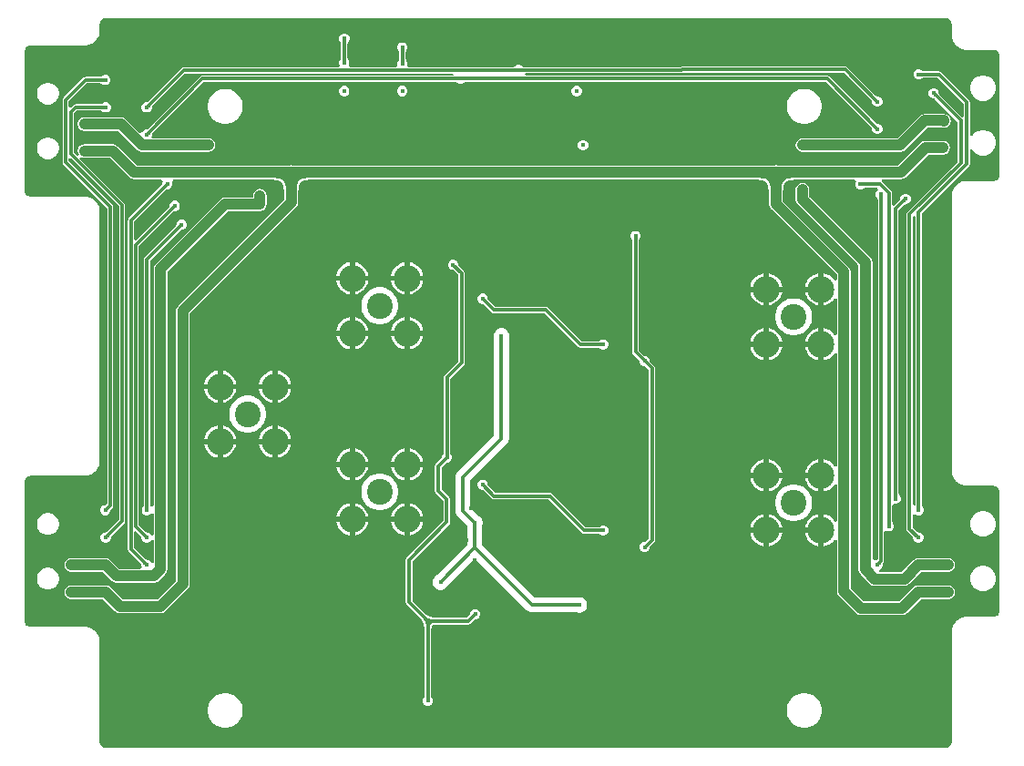
<source format=gbl>
G04*
G04 #@! TF.GenerationSoftware,Altium Limited,Altium Designer,23.0.1 (38)*
G04*
G04 Layer_Physical_Order=4*
G04 Layer_Color=16711680*
%FSLAX43Y43*%
%MOMM*%
G71*
G04*
G04 #@! TF.SameCoordinates,2E0F9480-7CF3-4E61-B830-77F9E17AB5E5*
G04*
G04*
G04 #@! TF.FilePolarity,Positive*
G04*
G01*
G75*
%ADD52C,2.500*%
%ADD55C,0.345*%
%ADD56C,0.500*%
%ADD59C,0.300*%
%ADD60C,1.000*%
%ADD61C,2.400*%
%ADD62C,0.450*%
G36*
X114250Y79586D02*
X114308D01*
X114423Y79563D01*
X114530Y79519D01*
X114627Y79454D01*
X114710Y79371D01*
X114775Y79274D01*
X114819Y79167D01*
X114842Y79052D01*
X114842Y78020D01*
X114844Y78010D01*
X114843Y78000D01*
X114847Y77902D01*
X114855Y77873D01*
Y77842D01*
X114893Y77650D01*
X114908Y77613D01*
X114916Y77574D01*
X114991Y77393D01*
X115014Y77359D01*
X115029Y77322D01*
X115138Y77159D01*
X115166Y77131D01*
X115189Y77097D01*
X115327Y76959D01*
X115361Y76936D01*
X115389Y76908D01*
X115552Y76799D01*
X115589Y76784D01*
X115623Y76761D01*
X115804Y76686D01*
X115843Y76678D01*
X115880Y76663D01*
X116072Y76625D01*
X116103D01*
X116132Y76617D01*
X116230Y76613D01*
X116240Y76614D01*
X116250Y76612D01*
X118701Y76612D01*
X118759Y76612D01*
X118874Y76589D01*
X118981Y76545D01*
X119078Y76480D01*
X119161Y76397D01*
X119226Y76300D01*
X119270Y76193D01*
X119293Y76078D01*
X119293Y76020D01*
X119293Y65020D01*
Y64962D01*
X119270Y64847D01*
X119226Y64740D01*
X119161Y64643D01*
X119078Y64560D01*
X118981Y64495D01*
X118874Y64451D01*
X118759Y64428D01*
X118701Y64428D01*
X116250Y64428D01*
X116240Y64426D01*
X116230Y64427D01*
X116132Y64423D01*
X116103Y64415D01*
X116072D01*
X115880Y64377D01*
X115843Y64362D01*
X115804Y64354D01*
X115623Y64279D01*
X115589Y64256D01*
X115552Y64241D01*
X115389Y64132D01*
X115361Y64104D01*
X115327Y64081D01*
X115189Y63943D01*
X115166Y63909D01*
X115138Y63881D01*
X115029Y63718D01*
X115014Y63681D01*
X114991Y63647D01*
X114916Y63466D01*
X114908Y63427D01*
X114893Y63390D01*
X114855Y63198D01*
Y63167D01*
X114847Y63138D01*
X114843Y63040D01*
X114844Y63030D01*
X114842Y63020D01*
X114842Y37500D01*
X114844Y37490D01*
X114843Y37480D01*
X114847Y37382D01*
X114855Y37353D01*
Y37322D01*
X114893Y37130D01*
X114908Y37093D01*
X114916Y37054D01*
X114991Y36873D01*
X115014Y36839D01*
X115029Y36802D01*
X115138Y36639D01*
X115166Y36611D01*
X115189Y36577D01*
X115327Y36439D01*
X115361Y36416D01*
X115389Y36388D01*
X115552Y36279D01*
X115589Y36264D01*
X115623Y36241D01*
X115804Y36166D01*
X115843Y36158D01*
X115880Y36143D01*
X116072Y36105D01*
X116103D01*
X116132Y36097D01*
X116230Y36093D01*
X116240Y36094D01*
X116250Y36092D01*
X118701Y36092D01*
X118759Y36092D01*
X118874Y36069D01*
X118981Y36025D01*
X119078Y35960D01*
X119161Y35877D01*
X119226Y35780D01*
X119270Y35673D01*
X119293Y35558D01*
X119293Y35500D01*
X119293Y24500D01*
Y24442D01*
X119270Y24327D01*
X119226Y24220D01*
X119161Y24123D01*
X119078Y24040D01*
X118981Y23975D01*
X118874Y23931D01*
X118759Y23908D01*
X118701Y23908D01*
X116250Y23908D01*
X116240Y23906D01*
X116230Y23907D01*
X116132Y23903D01*
X116103Y23895D01*
X116072D01*
X115880Y23857D01*
X115843Y23842D01*
X115804Y23834D01*
X115623Y23759D01*
X115589Y23736D01*
X115552Y23721D01*
X115389Y23612D01*
X115361Y23584D01*
X115327Y23561D01*
X115189Y23423D01*
X115166Y23389D01*
X115138Y23361D01*
X115029Y23198D01*
X115014Y23161D01*
X114991Y23127D01*
X114916Y22946D01*
X114908Y22907D01*
X114893Y22870D01*
X114855Y22678D01*
Y22647D01*
X114847Y22618D01*
X114843Y22520D01*
X114844Y22510D01*
X114842Y22500D01*
X114842Y12327D01*
Y12268D01*
X114819Y12154D01*
X114775Y12046D01*
X114710Y11949D01*
X114627Y11867D01*
X114531Y11802D01*
X114423Y11757D01*
X114308Y11735D01*
X114250Y11735D01*
X36250Y11735D01*
X36192Y11735D01*
X36077Y11757D01*
X35970Y11802D01*
X35873Y11867D01*
X35790Y11949D01*
X35725Y12046D01*
X35681Y12154D01*
X35658Y12268D01*
Y12327D01*
X35658Y21570D01*
X35656Y21580D01*
X35657Y21590D01*
X35653Y21688D01*
X35645Y21718D01*
Y21748D01*
X35607Y21940D01*
X35592Y21977D01*
X35584Y22017D01*
X35509Y22198D01*
X35486Y22231D01*
X35471Y22268D01*
X35362Y22431D01*
X35334Y22460D01*
X35311Y22493D01*
X35173Y22632D01*
X35139Y22654D01*
X35111Y22682D01*
X34948Y22791D01*
X34911Y22807D01*
X34877Y22829D01*
X34696Y22904D01*
X34657Y22912D01*
X34620Y22927D01*
X34428Y22965D01*
X34397D01*
X34368Y22973D01*
X34270Y22978D01*
X34260Y22976D01*
X34250Y22978D01*
X29250D01*
X29192Y22978D01*
X29077Y23001D01*
X28969Y23046D01*
X28873Y23110D01*
X28790Y23193D01*
X28725Y23290D01*
X28681Y23398D01*
X28658Y23512D01*
Y23570D01*
X28658Y36430D01*
Y36488D01*
X28681Y36602D01*
X28725Y36710D01*
X28790Y36807D01*
X28872Y36890D01*
X28969Y36954D01*
X29077Y36999D01*
X29192Y37022D01*
X29250Y37022D01*
X34250Y37022D01*
X34260Y37024D01*
X34270Y37022D01*
X34368Y37027D01*
X34397Y37035D01*
X34428D01*
X34620Y37073D01*
X34657Y37088D01*
X34696Y37096D01*
X34877Y37171D01*
X34911Y37193D01*
X34948Y37209D01*
X35111Y37318D01*
X35139Y37346D01*
X35173Y37368D01*
X35311Y37507D01*
X35334Y37540D01*
X35362Y37569D01*
X35471Y37732D01*
X35486Y37769D01*
X35509Y37802D01*
X35584Y37983D01*
X35592Y38023D01*
X35607Y38060D01*
X35645Y38252D01*
Y38282D01*
X35653Y38312D01*
X35657Y38410D01*
X35656Y38420D01*
X35658Y38430D01*
X35658Y61570D01*
X35656Y61580D01*
X35657Y61590D01*
X35653Y61688D01*
X35645Y61718D01*
Y61748D01*
X35607Y61940D01*
X35592Y61977D01*
X35584Y62017D01*
X35509Y62198D01*
X35486Y62231D01*
X35471Y62268D01*
X35362Y62431D01*
X35334Y62460D01*
X35311Y62493D01*
X35173Y62632D01*
X35139Y62654D01*
X35111Y62682D01*
X34948Y62791D01*
X34911Y62807D01*
X34877Y62829D01*
X34696Y62904D01*
X34657Y62912D01*
X34620Y62927D01*
X34428Y62965D01*
X34397D01*
X34368Y62973D01*
X34270Y62978D01*
X34260Y62976D01*
X34250Y62978D01*
X29192Y62978D01*
X29077Y63001D01*
X28969Y63046D01*
X28872Y63110D01*
X28790Y63193D01*
X28725Y63290D01*
X28681Y63398D01*
X28658Y63512D01*
X28658Y63570D01*
X28658Y76430D01*
Y76488D01*
X28681Y76602D01*
X28725Y76710D01*
X28790Y76807D01*
X28872Y76890D01*
X28969Y76954D01*
X29077Y76999D01*
X29192Y77022D01*
X34250Y77022D01*
X34260Y77024D01*
X34270Y77022D01*
X34368Y77027D01*
X34397Y77035D01*
X34428D01*
X34620Y77073D01*
X34657Y77088D01*
X34696Y77096D01*
X34877Y77171D01*
X34911Y77193D01*
X34948Y77209D01*
X35111Y77318D01*
X35139Y77346D01*
X35173Y77368D01*
X35311Y77507D01*
X35334Y77540D01*
X35362Y77569D01*
X35471Y77732D01*
X35486Y77769D01*
X35509Y77802D01*
X35584Y77983D01*
X35592Y78023D01*
X35607Y78060D01*
X35645Y78252D01*
Y78282D01*
X35653Y78312D01*
X35657Y78410D01*
X35656Y78420D01*
X35658Y78430D01*
X35658Y78994D01*
X35658Y78994D01*
X35658Y78994D01*
X35658Y79052D01*
X35681Y79167D01*
X35725Y79274D01*
X35790Y79371D01*
X35873Y79454D01*
X35970Y79519D01*
X36077Y79563D01*
X36192Y79586D01*
X36250Y79586D01*
X114231Y79586D01*
X114250Y79586D01*
X114250Y79586D01*
X114250Y79586D01*
D02*
G37*
%LPC*%
G36*
X58493Y78134D02*
X58302D01*
X58126Y78061D01*
X57992Y77927D01*
X57919Y77751D01*
Y77560D01*
X57992Y77384D01*
X58026Y77349D01*
X58028Y77324D01*
X58034Y77312D01*
X58037Y77298D01*
X58051Y77276D01*
X58062Y77253D01*
X58073Y77243D01*
X58081Y77232D01*
X58093Y77224D01*
Y75847D01*
X58081Y75839D01*
X58081Y75839D01*
X58081Y75839D01*
X58059Y75806D01*
X58037Y75773D01*
X58037Y75773D01*
X58037Y75773D01*
X58029Y75734D01*
X58026Y75720D01*
X57969Y75663D01*
X57896Y75487D01*
Y75297D01*
X57943Y75182D01*
X57863Y75018D01*
X57826Y74982D01*
X43465D01*
X43465Y74982D01*
X43357Y74961D01*
X43265Y74900D01*
X40157Y71791D01*
X40143Y71794D01*
X40143Y71794D01*
X40143Y71794D01*
X40104Y71786D01*
X40065Y71779D01*
X40065Y71779D01*
X40065Y71779D01*
X40032Y71756D01*
X40020Y71749D01*
X39939D01*
X39763Y71676D01*
X39629Y71541D01*
X39556Y71365D01*
Y71175D01*
X39629Y70999D01*
X39763Y70864D01*
X39939Y70791D01*
X40130D01*
X40306Y70864D01*
X40441Y70999D01*
X40514Y71175D01*
Y71254D01*
X40524Y71271D01*
X40543Y71300D01*
X40544Y71305D01*
X40547Y71310D01*
X40552Y71344D01*
X40559Y71378D01*
X40558Y71383D01*
X40559Y71389D01*
X40557Y71393D01*
X43582Y74418D01*
X68455D01*
X68575Y74225D01*
X68541Y74207D01*
X45215D01*
X45214Y74207D01*
X45106Y74186D01*
X45015Y74125D01*
X40141Y69251D01*
X40128Y69254D01*
X40128Y69254D01*
X40128Y69254D01*
X40089Y69246D01*
X40050Y69239D01*
X40050Y69239D01*
X40049Y69239D01*
X40017Y69217D01*
X40005Y69209D01*
X39924D01*
X39748Y69136D01*
X39613Y69001D01*
X39595Y68957D01*
X39359Y68910D01*
X38117Y70152D01*
X37910Y70291D01*
X37665Y70339D01*
X34225D01*
X33980Y70291D01*
X33773Y70152D01*
X33634Y69945D01*
X33586Y69700D01*
X33634Y69455D01*
X33773Y69248D01*
X33980Y69109D01*
X34225Y69061D01*
X37400D01*
X39171Y67290D01*
X39379Y67151D01*
X39623Y67102D01*
X45746D01*
X45990Y67151D01*
X46198Y67290D01*
X46336Y67497D01*
X46385Y67742D01*
X46336Y67986D01*
X46198Y68194D01*
X45990Y68332D01*
X45746Y68381D01*
X40609D01*
X40476Y68581D01*
X40499Y68635D01*
Y68714D01*
X40509Y68731D01*
X40528Y68760D01*
X40529Y68765D01*
X40532Y68770D01*
X40537Y68804D01*
X40544Y68838D01*
X40542Y68843D01*
X40543Y68849D01*
X40542Y68853D01*
X45331Y73643D01*
X68733D01*
X68740Y73631D01*
X68740Y73631D01*
X68741Y73631D01*
X68774Y73609D01*
X68806Y73587D01*
X68807Y73587D01*
X68807Y73587D01*
X68846Y73579D01*
X68859Y73576D01*
X68916Y73519D01*
X69092Y73446D01*
X69283D01*
X69459Y73519D01*
X69515Y73575D01*
X69534Y73580D01*
X69568Y73587D01*
X69573Y73590D01*
X69578Y73591D01*
X69606Y73612D01*
X69634Y73631D01*
X69637Y73635D01*
X69642Y73639D01*
X69644Y73643D01*
X103139D01*
X107410Y69372D01*
X107407Y69359D01*
X107407Y69358D01*
X107407Y69358D01*
X107415Y69319D01*
X107423Y69280D01*
X107423Y69280D01*
X107423Y69280D01*
X107445Y69247D01*
X107452Y69236D01*
Y69155D01*
X107525Y68979D01*
X107660Y68844D01*
X107836Y68771D01*
X108027D01*
X108203Y68844D01*
X108337Y68979D01*
X108410Y69155D01*
Y69345D01*
X108337Y69521D01*
X108203Y69656D01*
X108027Y69729D01*
X107947D01*
X107930Y69739D01*
X107901Y69758D01*
X107896Y69760D01*
X107891Y69762D01*
X107857Y69767D01*
X107823Y69774D01*
X107818Y69773D01*
X107813Y69774D01*
X107808Y69773D01*
X103456Y74125D01*
X103364Y74186D01*
X103256Y74207D01*
X103256Y74207D01*
X75263D01*
X75180Y74407D01*
X75205Y74433D01*
X89753D01*
X89753Y74433D01*
X89753Y74433D01*
X89753D01*
X89803Y74443D01*
X89861Y74454D01*
X89861Y74454D01*
X89861Y74454D01*
X89907Y74485D01*
X89918Y74493D01*
X104814D01*
X107395Y71912D01*
X107392Y71899D01*
X107392Y71898D01*
X107392Y71898D01*
X107400Y71859D01*
X107407Y71820D01*
X107407Y71820D01*
X107408Y71820D01*
X107430Y71787D01*
X107437Y71776D01*
Y71695D01*
X107510Y71519D01*
X107645Y71384D01*
X107821Y71311D01*
X108011D01*
X108187Y71384D01*
X108322Y71519D01*
X108395Y71695D01*
Y71885D01*
X108322Y72061D01*
X108187Y72196D01*
X108011Y72269D01*
X107932D01*
X107915Y72279D01*
X107886Y72299D01*
X107881Y72300D01*
X107876Y72302D01*
X107842Y72307D01*
X107808Y72314D01*
X107803Y72313D01*
X107797Y72314D01*
X107793Y72313D01*
X105131Y74975D01*
X105039Y75036D01*
X104931Y75057D01*
X104931Y75057D01*
X89813D01*
X89759Y75047D01*
X89705Y75036D01*
X89705Y75036D01*
X89705Y75036D01*
X89658Y75005D01*
X89647Y74997D01*
X75049D01*
X75041Y75009D01*
X75041Y75009D01*
X75041Y75009D01*
X75008Y75031D01*
X74975Y75053D01*
X74975Y75053D01*
X74975Y75053D01*
X74936Y75061D01*
X74922Y75064D01*
X74865Y75121D01*
X74689Y75194D01*
X74498D01*
X74322Y75121D01*
X74252Y75051D01*
X74231Y75044D01*
X74200Y75038D01*
X74193Y75033D01*
X74184Y75031D01*
X74160Y75011D01*
X74134Y74994D01*
X74129Y74986D01*
X74124Y74982D01*
X64370D01*
X64239Y75182D01*
X64263Y75240D01*
Y75430D01*
X64190Y75606D01*
X64134Y75662D01*
X64129Y75682D01*
X64122Y75716D01*
X64119Y75720D01*
X64118Y75726D01*
X64097Y75753D01*
X64078Y75782D01*
X64073Y75785D01*
X64070Y75789D01*
X64066Y75792D01*
Y76370D01*
X64077Y76378D01*
X64078Y76378D01*
X64078Y76378D01*
X64100Y76411D01*
X64122Y76444D01*
X64122Y76444D01*
X64122Y76444D01*
X64130Y76483D01*
X64132Y76496D01*
X64190Y76554D01*
X64263Y76730D01*
Y76920D01*
X64190Y77096D01*
X64055Y77231D01*
X63879Y77304D01*
X63688D01*
X63512Y77231D01*
X63378Y77096D01*
X63305Y76920D01*
Y76730D01*
X63378Y76554D01*
X63433Y76498D01*
X63438Y76478D01*
X63445Y76444D01*
X63448Y76440D01*
X63450Y76434D01*
X63470Y76407D01*
X63489Y76378D01*
X63494Y76375D01*
X63497Y76371D01*
X63501Y76368D01*
Y75790D01*
X63490Y75783D01*
X63490Y75782D01*
X63489Y75782D01*
X63467Y75749D01*
X63445Y75716D01*
X63445Y75716D01*
X63445Y75716D01*
X63438Y75677D01*
X63435Y75664D01*
X63378Y75606D01*
X63305Y75430D01*
Y75240D01*
X63328Y75182D01*
X63198Y74982D01*
X58924D01*
X58887Y75018D01*
X58807Y75182D01*
X58854Y75297D01*
Y75487D01*
X58781Y75663D01*
X58725Y75719D01*
X58720Y75739D01*
X58713Y75773D01*
X58710Y75777D01*
X58709Y75782D01*
X58688Y75810D01*
X58669Y75839D01*
X58665Y75842D01*
X58661Y75846D01*
X58657Y75849D01*
Y77182D01*
X58668Y77190D01*
X58683Y77212D01*
X58701Y77232D01*
X58705Y77244D01*
X58713Y77256D01*
X58718Y77282D01*
X58727Y77307D01*
X58727Y77307D01*
X58804Y77384D01*
X58877Y77560D01*
Y77751D01*
X58804Y77927D01*
X58669Y78061D01*
X58493Y78134D01*
D02*
G37*
G36*
X36280Y74289D02*
X36089D01*
X35913Y74216D01*
X35857Y74160D01*
X35837Y74155D01*
X35804Y74148D01*
X35799Y74145D01*
X35794Y74144D01*
X35766Y74123D01*
X35737Y74104D01*
X35734Y74100D01*
X35730Y74096D01*
X35728Y74092D01*
X34335D01*
X34335Y74092D01*
X34227Y74071D01*
X34135Y74010D01*
X32289Y72164D01*
X32289Y72164D01*
X32228Y72072D01*
X32207Y71964D01*
X32207Y71964D01*
Y66150D01*
X32207Y66150D01*
X32228Y66042D01*
X32289Y65950D01*
X36368Y61872D01*
Y34513D01*
X36306Y34365D01*
X36292Y34334D01*
X36254Y34326D01*
X36215Y34319D01*
X36215Y34319D01*
X36214Y34319D01*
X36181Y34297D01*
X36170Y34289D01*
X36089D01*
X35913Y34216D01*
X35778Y34081D01*
X35705Y33905D01*
Y33715D01*
X35778Y33539D01*
X35913Y33404D01*
X36089Y33331D01*
X36280D01*
X36456Y33404D01*
X36590Y33539D01*
X36663Y33715D01*
Y33794D01*
X36674Y33811D01*
X36693Y33840D01*
X36694Y33845D01*
X36697Y33850D01*
X36702Y33884D01*
X36708Y33918D01*
X36707Y33923D01*
X36708Y33929D01*
X36707Y33933D01*
X36850Y34076D01*
X36850Y34076D01*
X36911Y34168D01*
X36932Y34276D01*
Y61989D01*
X36932Y61989D01*
X36911Y62097D01*
X36850Y62188D01*
X32771Y66267D01*
Y66471D01*
X32971Y66554D01*
X37443Y62083D01*
Y32900D01*
X36334Y31791D01*
X36321Y31794D01*
X36320Y31794D01*
X36320Y31794D01*
X36282Y31786D01*
X36243Y31779D01*
X36242Y31779D01*
X36242Y31779D01*
X36209Y31757D01*
X36198Y31749D01*
X36117D01*
X35941Y31676D01*
X35806Y31541D01*
X35733Y31365D01*
Y31175D01*
X35806Y30999D01*
X35941Y30864D01*
X36117Y30791D01*
X36307D01*
X36484Y30864D01*
X36618Y30999D01*
X36691Y31175D01*
Y31254D01*
X36702Y31271D01*
X36721Y31300D01*
X36722Y31305D01*
X36725Y31310D01*
X36729Y31344D01*
X36736Y31378D01*
X36735Y31383D01*
X36736Y31389D01*
X36735Y31393D01*
X37925Y32583D01*
X37925Y32583D01*
X37986Y32675D01*
X38007Y32783D01*
Y62200D01*
X37986Y62308D01*
X37925Y62400D01*
X37925Y62400D01*
X33780Y66544D01*
X33907Y66700D01*
X34005Y66634D01*
X34250Y66586D01*
X35324D01*
X35450Y66561D01*
X36610D01*
X38423Y64748D01*
X38630Y64609D01*
X38875Y64561D01*
X41392D01*
X41433Y64519D01*
X41509Y64361D01*
X41460Y64243D01*
Y64163D01*
X41449Y64146D01*
X41430Y64117D01*
X41429Y64112D01*
X41426Y64107D01*
X41421Y64073D01*
X41415Y64039D01*
X41416Y64034D01*
X41415Y64029D01*
X41416Y64024D01*
X38350Y60958D01*
X38289Y60867D01*
X38268Y60759D01*
X38268Y60759D01*
Y30200D01*
X38268Y30200D01*
X38289Y30091D01*
X38350Y30000D01*
X39498Y28852D01*
X39495Y28839D01*
X39496Y28838D01*
X39495Y28838D01*
X39503Y28799D01*
X39511Y28761D01*
X39511Y28760D01*
X39511Y28760D01*
X39533Y28727D01*
X39541Y28716D01*
Y28635D01*
X39580Y28539D01*
X39472Y28339D01*
X37515D01*
X36673Y29182D01*
X36673Y29182D01*
X36528Y29279D01*
X36465Y29321D01*
X36465D01*
X36465Y29321D01*
X36318Y29350D01*
X36221Y29369D01*
X36221Y29369D01*
X36221Y29369D01*
X33010D01*
X32765Y29321D01*
X32558Y29182D01*
X32419Y28975D01*
X32371Y28730D01*
X32419Y28485D01*
X32558Y28278D01*
X32765Y28139D01*
X33010Y28091D01*
X35956D01*
X36799Y27248D01*
X36799Y27248D01*
X36799Y27248D01*
X36881Y27193D01*
X37006Y27109D01*
X37006Y27109D01*
X37006Y27109D01*
X37251Y27061D01*
X37251Y27061D01*
X37251Y27061D01*
X40714D01*
X40959Y27109D01*
X41166Y27248D01*
X41752Y27834D01*
X41891Y28041D01*
X41939Y28286D01*
Y55985D01*
X47571Y61616D01*
X50550D01*
X50795Y61665D01*
X51002Y61804D01*
X51141Y62011D01*
X51189Y62256D01*
Y63050D01*
X51141Y63295D01*
X51002Y63502D01*
X50795Y63641D01*
X50550Y63689D01*
X50305Y63641D01*
X50098Y63502D01*
X49959Y63295D01*
X49911Y63050D01*
Y62895D01*
X47306D01*
X47061Y62846D01*
X46854Y62708D01*
X40848Y56702D01*
X40709Y56495D01*
X40661Y56250D01*
Y34251D01*
X40461Y34141D01*
X40383Y34191D01*
X40380Y34195D01*
X40378Y34201D01*
X40358Y34228D01*
X40339Y34257D01*
X40334Y34260D01*
X40331Y34264D01*
X40327Y34267D01*
Y57013D01*
X43154Y59839D01*
X43167Y59837D01*
X43167Y59837D01*
X43167Y59837D01*
X43206Y59844D01*
X43245Y59852D01*
X43245Y59852D01*
X43245Y59852D01*
X43278Y59874D01*
X43290Y59882D01*
X43371D01*
X43547Y59955D01*
X43682Y60089D01*
X43754Y60265D01*
Y60456D01*
X43682Y60632D01*
X43547Y60767D01*
X43371Y60840D01*
X43180D01*
X43004Y60767D01*
X42869Y60632D01*
X42796Y60456D01*
Y60377D01*
X42786Y60359D01*
X42767Y60331D01*
X42766Y60325D01*
X42763Y60321D01*
X42758Y60286D01*
X42751Y60253D01*
X42752Y60247D01*
X42752Y60242D01*
X42753Y60237D01*
X39845Y57329D01*
X39783Y57238D01*
X39762Y57130D01*
X39762Y57130D01*
Y34265D01*
X39751Y34257D01*
X39750Y34257D01*
X39750Y34257D01*
X39728Y34224D01*
X39706Y34191D01*
X39706Y34191D01*
X39706Y34191D01*
X39698Y34152D01*
X39696Y34139D01*
X39638Y34081D01*
X39565Y33905D01*
Y33715D01*
X39638Y33539D01*
X39773Y33404D01*
X39949Y33331D01*
X40140D01*
X40316Y33404D01*
X40450Y33539D01*
X40461Y33564D01*
X40661Y33524D01*
Y31533D01*
X40461Y31493D01*
X40441Y31541D01*
X40306Y31676D01*
X40130Y31749D01*
X40051D01*
X40033Y31759D01*
X40005Y31779D01*
X39999Y31780D01*
X39995Y31782D01*
X39961Y31787D01*
X39927Y31794D01*
X39921Y31793D01*
X39916Y31794D01*
X39912Y31793D01*
X39282Y32422D01*
Y58367D01*
X42503Y61588D01*
X42516Y61585D01*
X42517Y61585D01*
X42517Y61585D01*
X42556Y61593D01*
X42595Y61600D01*
X42595Y61600D01*
X42595Y61600D01*
X42628Y61622D01*
X42639Y61630D01*
X42720D01*
X42896Y61703D01*
X43031Y61838D01*
X43104Y62014D01*
Y62204D01*
X43031Y62380D01*
X42896Y62515D01*
X42720Y62588D01*
X42530D01*
X42354Y62515D01*
X42219Y62380D01*
X42146Y62204D01*
Y62125D01*
X42136Y62108D01*
X42116Y62079D01*
X42115Y62074D01*
X42113Y62069D01*
X42108Y62035D01*
X42101Y62001D01*
X42102Y61996D01*
X42101Y61990D01*
X42102Y61986D01*
X39017Y58901D01*
X38832Y58977D01*
Y60642D01*
X41817Y63626D01*
X41830Y63623D01*
X41830Y63623D01*
X41831Y63623D01*
X41869Y63631D01*
X41908Y63639D01*
X41909Y63639D01*
X41909Y63639D01*
X41942Y63661D01*
X41953Y63668D01*
X42034D01*
X42210Y63741D01*
X42345Y63876D01*
X42418Y64052D01*
Y64243D01*
X42369Y64361D01*
X42444Y64519D01*
X42486Y64561D01*
X51802D01*
X51819Y64548D01*
X51837Y64531D01*
X51850Y64525D01*
X51862Y64516D01*
X51887Y64510D01*
X51910Y64500D01*
X51925Y64500D01*
X51939Y64496D01*
X52117Y64487D01*
X52260Y64462D01*
X52379Y64422D01*
X52476Y64370D01*
X52555Y64305D01*
X52620Y64226D01*
X52672Y64129D01*
X52712Y64010D01*
X52737Y63867D01*
X52746Y63689D01*
X52755Y63656D01*
X52762Y63622D01*
X52765Y63617D01*
X52766Y63612D01*
X52787Y63585D01*
X52806Y63556D01*
X52810Y63553D01*
X52811Y63552D01*
Y62690D01*
X42948Y52827D01*
X42809Y52620D01*
X42761Y52375D01*
Y27240D01*
X41035Y25514D01*
X37815D01*
X36687Y26642D01*
X36480Y26781D01*
X36235Y26829D01*
X33010D01*
X32765Y26781D01*
X32558Y26642D01*
X32419Y26435D01*
X32371Y26190D01*
X32419Y25945D01*
X32558Y25738D01*
X32765Y25599D01*
X33010Y25551D01*
X35970D01*
X37098Y24423D01*
X37305Y24284D01*
X37550Y24236D01*
X41300D01*
X41545Y24284D01*
X41752Y24423D01*
X43852Y26523D01*
X43991Y26730D01*
X44039Y26975D01*
Y52110D01*
X53902Y61973D01*
X54041Y62180D01*
X54089Y62425D01*
Y63552D01*
X54090Y63553D01*
X54094Y63556D01*
X54113Y63585D01*
X54134Y63612D01*
X54135Y63617D01*
X54138Y63622D01*
X54145Y63656D01*
X54154Y63689D01*
X54163Y63867D01*
X54188Y64010D01*
X54228Y64129D01*
X54280Y64226D01*
X54345Y64305D01*
X54424Y64370D01*
X54521Y64422D01*
X54640Y64462D01*
X54783Y64487D01*
X54961Y64496D01*
X54975Y64500D01*
X54990Y64500D01*
X55013Y64510D01*
X55038Y64516D01*
X55050Y64525D01*
X55063Y64531D01*
X55081Y64548D01*
X55098Y64561D01*
X65683D01*
X65700Y64564D01*
X65716Y64561D01*
X96852D01*
X96869Y64548D01*
X96887Y64531D01*
X96900Y64525D01*
X96912Y64516D01*
X96937Y64510D01*
X96960Y64500D01*
X96975Y64500D01*
X96989Y64496D01*
X97167Y64487D01*
X97310Y64462D01*
X97429Y64422D01*
X97526Y64370D01*
X97605Y64305D01*
X97670Y64226D01*
X97722Y64129D01*
X97762Y64010D01*
X97787Y63867D01*
X97796Y63689D01*
X97805Y63656D01*
X97812Y63622D01*
X97815Y63617D01*
X97816Y63612D01*
X97837Y63585D01*
X97856Y63556D01*
X97860Y63553D01*
X97861Y63552D01*
Y62300D01*
X97909Y62055D01*
X98048Y61848D01*
X104161Y55735D01*
Y55231D01*
X103961Y55170D01*
X103868Y55309D01*
X103659Y55518D01*
X103412Y55683D01*
X103139Y55796D01*
X102950Y55834D01*
Y54350D01*
Y52866D01*
X103139Y52904D01*
X103412Y53017D01*
X103659Y53182D01*
X103868Y53391D01*
X103961Y53530D01*
X104161Y53469D01*
Y50131D01*
X103961Y50070D01*
X103868Y50209D01*
X103659Y50418D01*
X103412Y50583D01*
X103139Y50696D01*
X102950Y50734D01*
Y49250D01*
Y47766D01*
X103139Y47804D01*
X103412Y47917D01*
X103659Y48082D01*
X103868Y48291D01*
X103961Y48430D01*
X104161Y48369D01*
Y37931D01*
X103961Y37870D01*
X103868Y38009D01*
X103659Y38218D01*
X103412Y38383D01*
X103139Y38496D01*
X102950Y38534D01*
Y37050D01*
Y35566D01*
X103139Y35604D01*
X103412Y35717D01*
X103659Y35882D01*
X103868Y36091D01*
X103961Y36230D01*
X104161Y36169D01*
Y32831D01*
X103961Y32770D01*
X103868Y32909D01*
X103659Y33118D01*
X103412Y33283D01*
X103139Y33396D01*
X102950Y33434D01*
Y31950D01*
Y30466D01*
X103139Y30504D01*
X103412Y30617D01*
X103659Y30782D01*
X103868Y30991D01*
X103961Y31130D01*
X104161Y31069D01*
Y26300D01*
X104209Y26055D01*
X104348Y25848D01*
X105923Y24273D01*
X106130Y24134D01*
X106375Y24086D01*
X110251D01*
X110495Y24134D01*
X110703Y24273D01*
X111981Y25551D01*
X114517D01*
X114762Y25599D01*
X114969Y25738D01*
X115108Y25945D01*
X115156Y26190D01*
X115108Y26435D01*
X114969Y26642D01*
X114762Y26781D01*
X114517Y26829D01*
X111716D01*
X111471Y26781D01*
X111264Y26642D01*
X109986Y25364D01*
X106640D01*
X105439Y26565D01*
Y56000D01*
X105391Y56245D01*
X105252Y56452D01*
X99139Y62565D01*
Y63552D01*
X99140Y63553D01*
X99144Y63556D01*
X99163Y63585D01*
X99184Y63612D01*
X99185Y63617D01*
X99188Y63622D01*
X99195Y63656D01*
X99204Y63689D01*
X99213Y63867D01*
X99238Y64010D01*
X99278Y64129D01*
X99330Y64226D01*
X99395Y64305D01*
X99474Y64370D01*
X99571Y64422D01*
X99690Y64462D01*
X99833Y64487D01*
X100011Y64496D01*
X100025Y64500D01*
X100040Y64500D01*
X100063Y64510D01*
X100088Y64516D01*
X100100Y64525D01*
X100113Y64531D01*
X100131Y64548D01*
X100148Y64561D01*
X105850D01*
X105944Y64371D01*
X105871Y64195D01*
Y64005D01*
X105944Y63829D01*
X106079Y63694D01*
X106255Y63621D01*
X106445D01*
X106621Y63694D01*
X106677Y63750D01*
X106697Y63755D01*
X106731Y63762D01*
X106735Y63765D01*
X106741Y63766D01*
X106768Y63787D01*
X106797Y63806D01*
X106800Y63810D01*
X106804Y63814D01*
X106807Y63818D01*
X107929D01*
X107947Y63784D01*
X107979Y63581D01*
X107844Y63446D01*
X107771Y63270D01*
Y63080D01*
X107844Y62904D01*
X107900Y62848D01*
X107905Y62828D01*
X107912Y62794D01*
X107915Y62790D01*
X107916Y62784D01*
X107937Y62757D01*
X107956Y62728D01*
X107960Y62725D01*
X107964Y62721D01*
X107968Y62718D01*
Y29255D01*
X107962Y29249D01*
X107940Y29241D01*
X107916Y29236D01*
X107903Y29226D01*
X107888Y29221D01*
X107876Y29209D01*
X107836D01*
X107660Y29136D01*
X107464Y29223D01*
Y56876D01*
X107416Y57120D01*
X107277Y57328D01*
X101614Y62990D01*
Y63600D01*
X101566Y63845D01*
X101427Y64052D01*
X101220Y64191D01*
X100975Y64239D01*
X100730Y64191D01*
X100523Y64052D01*
X100384Y63845D01*
X100336Y63600D01*
Y62726D01*
X100384Y62481D01*
X100523Y62274D01*
X106186Y56611D01*
Y28300D01*
X106234Y28055D01*
X106373Y27848D01*
X107248Y26973D01*
X107455Y26834D01*
X107700Y26786D01*
X110425D01*
X110670Y26834D01*
X110877Y26973D01*
X111995Y28091D01*
X114517D01*
X114762Y28139D01*
X114969Y28278D01*
X115108Y28485D01*
X115156Y28730D01*
X115108Y28975D01*
X114969Y29182D01*
X114762Y29321D01*
X114517Y29369D01*
X111730D01*
X111485Y29321D01*
X111278Y29182D01*
X110160Y28064D01*
X108137D01*
X108108Y28130D01*
X108183Y28316D01*
X108203Y28324D01*
X108337Y28459D01*
X108410Y28635D01*
Y28754D01*
X108414Y28757D01*
X108423Y28778D01*
X108435Y28797D01*
X108439Y28814D01*
X108446Y28830D01*
X108446Y28852D01*
X108450Y28875D01*
X108448Y28888D01*
X108450Y28890D01*
X108450Y28890D01*
X108511Y28981D01*
X108532Y29089D01*
Y31832D01*
X108729Y31919D01*
X108905Y31846D01*
X109095D01*
X109271Y31919D01*
X109406Y32054D01*
X109479Y32230D01*
Y32420D01*
X109406Y32596D01*
X109350Y32652D01*
X109345Y32672D01*
X109338Y32706D01*
X109335Y32710D01*
X109334Y32716D01*
X109313Y32743D01*
X109294Y32772D01*
X109290Y32775D01*
X109286Y32779D01*
X109282Y32782D01*
Y34284D01*
X109482Y34417D01*
X109534Y34396D01*
X109724D01*
X109900Y34469D01*
X110035Y34604D01*
X110108Y34780D01*
Y34970D01*
X110035Y35146D01*
X109974Y35207D01*
X109971Y35223D01*
X109963Y35260D01*
X109962Y35262D01*
X109961Y35264D01*
X109940Y35295D01*
X109919Y35326D01*
X109917Y35327D01*
X109916Y35329D01*
X109907Y35334D01*
Y61708D01*
X110428Y62229D01*
X110441Y62226D01*
X110442Y62226D01*
X110442Y62226D01*
X110481Y62234D01*
X110519Y62241D01*
X110520Y62241D01*
X110520Y62241D01*
X110553Y62264D01*
X110564Y62271D01*
X110645D01*
X110821Y62344D01*
X110956Y62479D01*
X111029Y62655D01*
Y62845D01*
X110956Y63021D01*
X110821Y63156D01*
X110645Y63229D01*
X110455D01*
X110279Y63156D01*
X110144Y63021D01*
X110071Y62845D01*
Y62766D01*
X110061Y62749D01*
X110041Y62720D01*
X110040Y62715D01*
X110038Y62710D01*
X110033Y62676D01*
X110026Y62642D01*
X110027Y62637D01*
X110026Y62631D01*
X110027Y62627D01*
X109482Y62082D01*
X109282Y62163D01*
Y63315D01*
X109282Y63315D01*
X109261Y63423D01*
X109200Y63514D01*
X109200Y63514D01*
X108414Y64300D01*
X108323Y64361D01*
X108343Y64561D01*
X110088D01*
X110332Y64609D01*
X110540Y64748D01*
X112050Y66258D01*
X112050Y66258D01*
X112653Y66861D01*
X114050D01*
X114295Y66909D01*
X114502Y67048D01*
X114641Y67255D01*
X114689Y67500D01*
X114641Y67745D01*
X114502Y67952D01*
X114295Y68091D01*
X114050Y68139D01*
X112388D01*
X112143Y68091D01*
X111936Y67952D01*
X111146Y67162D01*
X111146Y67162D01*
X109823Y65839D01*
X98659D01*
X98613Y65870D01*
X98576Y65885D01*
X98540Y65900D01*
X98540D01*
X98540Y65900D01*
X98500Y65900D01*
X98460Y65900D01*
X98460Y65900D01*
X98460D01*
X98423Y65885D01*
X98387Y65870D01*
X98341Y65839D01*
X65783D01*
X65700Y65856D01*
X65616Y65839D01*
X53609D01*
X53563Y65870D01*
X53526Y65885D01*
X53490Y65900D01*
X53490D01*
X53490Y65900D01*
X53450Y65900D01*
X53410Y65900D01*
X53410Y65900D01*
X53410D01*
X53373Y65885D01*
X53337Y65870D01*
X53291Y65839D01*
X39140D01*
X37327Y67652D01*
X37120Y67791D01*
X36875Y67839D01*
X35551D01*
X35425Y67864D01*
X34250D01*
X34005Y67816D01*
X33798Y67677D01*
X33659Y67470D01*
X33611Y67225D01*
X33659Y66980D01*
X33725Y66882D01*
X33569Y66755D01*
X33274Y67051D01*
Y70724D01*
X33537Y70988D01*
X35757D01*
X35765Y70976D01*
X35765Y70976D01*
X35765Y70976D01*
X35798Y70954D01*
X35831Y70932D01*
X35831Y70932D01*
X35831Y70932D01*
X35870Y70924D01*
X35884Y70921D01*
X35941Y70864D01*
X36117Y70791D01*
X36307D01*
X36484Y70864D01*
X36618Y70999D01*
X36691Y71175D01*
Y71365D01*
X36618Y71541D01*
X36484Y71676D01*
X36307Y71749D01*
X36117D01*
X35941Y71676D01*
X35885Y71620D01*
X35865Y71615D01*
X35831Y71608D01*
X35827Y71605D01*
X35822Y71604D01*
X35794Y71583D01*
X35765Y71564D01*
X35762Y71560D01*
X35758Y71556D01*
X35756Y71552D01*
X33420D01*
X33312Y71531D01*
X33220Y71470D01*
X32971Y71221D01*
X32771Y71304D01*
Y71847D01*
X34452Y73528D01*
X35729D01*
X35737Y73516D01*
X35737Y73516D01*
X35737Y73516D01*
X35771Y73494D01*
X35803Y73472D01*
X35803Y73472D01*
X35804Y73472D01*
X35842Y73464D01*
X35856Y73461D01*
X35913Y73404D01*
X36089Y73331D01*
X36280D01*
X36456Y73404D01*
X36590Y73539D01*
X36663Y73715D01*
Y73905D01*
X36590Y74081D01*
X36456Y74216D01*
X36280Y74289D01*
D02*
G37*
G36*
X80093Y73254D02*
X79902D01*
X79726Y73181D01*
X79591Y73046D01*
X79518Y72870D01*
Y72680D01*
X79591Y72504D01*
X79726Y72369D01*
X79902Y72296D01*
X80093D01*
X80269Y72369D01*
X80403Y72504D01*
X80476Y72680D01*
Y72870D01*
X80403Y73046D01*
X80269Y73181D01*
X80093Y73254D01*
D02*
G37*
G36*
X63877D02*
X63686D01*
X63510Y73181D01*
X63375Y73046D01*
X63302Y72870D01*
Y72680D01*
X63375Y72504D01*
X63510Y72369D01*
X63686Y72296D01*
X63877D01*
X64053Y72369D01*
X64187Y72504D01*
X64260Y72680D01*
Y72870D01*
X64187Y73046D01*
X64053Y73181D01*
X63877Y73254D01*
D02*
G37*
G36*
X58470D02*
X58280D01*
X58104Y73181D01*
X57969Y73046D01*
X57896Y72870D01*
Y72680D01*
X57969Y72504D01*
X58104Y72369D01*
X58280Y72296D01*
X58470D01*
X58646Y72369D01*
X58781Y72504D01*
X58854Y72680D01*
Y72870D01*
X58781Y73046D01*
X58646Y73181D01*
X58470Y73254D01*
D02*
G37*
G36*
X117906Y74245D02*
X117594D01*
X117293Y74164D01*
X117022Y74008D01*
X116802Y73788D01*
X116646Y73517D01*
X116565Y73216D01*
Y72904D01*
X116646Y72603D01*
X116802Y72332D01*
X117022Y72112D01*
X117293Y71956D01*
X117594Y71875D01*
X117906D01*
X118207Y71956D01*
X118478Y72112D01*
X118698Y72332D01*
X118854Y72603D01*
X118935Y72904D01*
Y73216D01*
X118854Y73517D01*
X118698Y73788D01*
X118478Y74008D01*
X118207Y74164D01*
X117906Y74245D01*
D02*
G37*
G36*
X30975Y73560D02*
X30707D01*
X30447Y73490D01*
X30215Y73356D01*
X30025Y73166D01*
X29891Y72934D01*
X29821Y72674D01*
Y72406D01*
X29891Y72146D01*
X30025Y71914D01*
X30215Y71724D01*
X30447Y71590D01*
X30707Y71520D01*
X30975D01*
X31235Y71590D01*
X31467Y71724D01*
X31657Y71914D01*
X31791Y72146D01*
X31861Y72406D01*
Y72674D01*
X31791Y72934D01*
X31657Y73166D01*
X31467Y73356D01*
X31235Y73490D01*
X30975Y73560D01*
D02*
G37*
G36*
X111862Y74809D02*
X111671D01*
X111495Y74736D01*
X111360Y74601D01*
X111287Y74425D01*
Y74235D01*
X111360Y74059D01*
X111495Y73924D01*
X111671Y73851D01*
X111862D01*
X112038Y73924D01*
X112094Y73980D01*
X112113Y73985D01*
X112147Y73992D01*
X112152Y73995D01*
X112157Y73996D01*
X112185Y74017D01*
X112213Y74036D01*
X112216Y74040D01*
X112221Y74044D01*
X112223Y74048D01*
X113528D01*
X115968Y71608D01*
Y70440D01*
X115768Y70357D01*
X113671Y72453D01*
X113674Y72466D01*
X113674Y72467D01*
X113674Y72467D01*
X113666Y72506D01*
X113659Y72545D01*
X113659Y72545D01*
X113659Y72545D01*
X113636Y72578D01*
X113629Y72589D01*
Y72670D01*
X113556Y72846D01*
X113421Y72981D01*
X113245Y73054D01*
X113055D01*
X112879Y72981D01*
X112744Y72846D01*
X112671Y72670D01*
Y72480D01*
X112744Y72304D01*
X112879Y72169D01*
X113055Y72096D01*
X113134D01*
X113151Y72086D01*
X113180Y72066D01*
X113185Y72065D01*
X113190Y72063D01*
X113224Y72058D01*
X113258Y72051D01*
X113263Y72052D01*
X113269Y72051D01*
X113273Y72052D01*
X115393Y69933D01*
Y66178D01*
X110725Y61511D01*
X110664Y61419D01*
X110643Y61311D01*
X110643Y61311D01*
Y32084D01*
X110643Y32084D01*
X110664Y31976D01*
X110725Y31884D01*
X111217Y31392D01*
X111215Y31379D01*
X111215Y31378D01*
X111215Y31378D01*
X111222Y31339D01*
X111230Y31301D01*
X111230Y31300D01*
X111230Y31300D01*
X111252Y31267D01*
X111260Y31256D01*
Y31175D01*
X111333Y30999D01*
X111467Y30864D01*
X111643Y30791D01*
X111834D01*
X112010Y30864D01*
X112145Y30999D01*
X112218Y31175D01*
Y31365D01*
X112145Y31541D01*
X112010Y31676D01*
X111834Y31749D01*
X111755D01*
X111737Y31759D01*
X111709Y31779D01*
X111703Y31780D01*
X111699Y31782D01*
X111664Y31787D01*
X111631Y31794D01*
X111625Y31793D01*
X111620Y31794D01*
X111615Y31793D01*
X111207Y32201D01*
Y33425D01*
X111407Y33492D01*
X111495Y33404D01*
X111671Y33331D01*
X111862D01*
X112038Y33404D01*
X112173Y33539D01*
X112246Y33715D01*
Y33905D01*
X112173Y34081D01*
X112117Y34137D01*
X112112Y34157D01*
X112105Y34191D01*
X112102Y34195D01*
X112101Y34201D01*
X112080Y34228D01*
X112061Y34257D01*
X112056Y34260D01*
X112053Y34264D01*
X112049Y34267D01*
Y61400D01*
X116450Y65800D01*
X116511Y65892D01*
X116532Y66000D01*
X116532Y66000D01*
Y67319D01*
X116732Y67372D01*
X116802Y67252D01*
X117022Y67032D01*
X117293Y66876D01*
X117594Y66795D01*
X117906D01*
X118207Y66876D01*
X118478Y67032D01*
X118698Y67252D01*
X118854Y67523D01*
X118935Y67824D01*
Y68136D01*
X118854Y68437D01*
X118698Y68708D01*
X118478Y68928D01*
X118207Y69084D01*
X117906Y69165D01*
X117594D01*
X117293Y69084D01*
X117022Y68928D01*
X116802Y68708D01*
X116732Y68588D01*
X116532Y68641D01*
Y71725D01*
X116511Y71833D01*
X116450Y71925D01*
X116450Y71925D01*
X113845Y74530D01*
X113753Y74591D01*
X113645Y74612D01*
X113645Y74612D01*
X112221D01*
X112214Y74624D01*
X112214Y74624D01*
X112213Y74624D01*
X112180Y74646D01*
X112148Y74668D01*
X112148Y74668D01*
X112147Y74668D01*
X112108Y74676D01*
X112095Y74679D01*
X112038Y74736D01*
X111862Y74809D01*
D02*
G37*
G36*
X101285Y72970D02*
X100965D01*
X100653Y72908D01*
X100358Y72786D01*
X100092Y72608D01*
X99867Y72383D01*
X99689Y72117D01*
X99567Y71823D01*
X99505Y71510D01*
Y71190D01*
X99567Y70877D01*
X99689Y70583D01*
X99867Y70317D01*
X100092Y70092D01*
X100358Y69914D01*
X100653Y69792D01*
X100965Y69730D01*
X101285D01*
X101598Y69792D01*
X101892Y69914D01*
X102158Y70092D01*
X102383Y70317D01*
X102561Y70583D01*
X102683Y70877D01*
X102745Y71190D01*
Y71510D01*
X102683Y71823D01*
X102561Y72117D01*
X102383Y72383D01*
X102158Y72608D01*
X101892Y72786D01*
X101598Y72908D01*
X101285Y72970D01*
D02*
G37*
G36*
X47485Y72970D02*
X47165D01*
X46852Y72908D01*
X46558Y72786D01*
X46292Y72608D01*
X46067Y72383D01*
X45889Y72117D01*
X45767Y71823D01*
X45705Y71510D01*
Y71190D01*
X45767Y70877D01*
X45889Y70583D01*
X46067Y70317D01*
X46292Y70092D01*
X46558Y69914D01*
X46852Y69792D01*
X47165Y69730D01*
X47485D01*
X47798Y69792D01*
X48092Y69914D01*
X48358Y70092D01*
X48583Y70317D01*
X48761Y70583D01*
X48883Y70877D01*
X48945Y71190D01*
Y71510D01*
X48883Y71823D01*
X48761Y72117D01*
X48583Y72383D01*
X48358Y72608D01*
X48092Y72786D01*
X47798Y72908D01*
X47485Y72970D01*
D02*
G37*
G36*
X114100Y70664D02*
X112350D01*
X112105Y70616D01*
X111898Y70477D01*
X109802Y68381D01*
X100975D01*
X100730Y68332D01*
X100523Y68194D01*
X100384Y67986D01*
X100336Y67742D01*
X100384Y67497D01*
X100523Y67290D01*
X100730Y67151D01*
X100975Y67102D01*
X110067D01*
X110311Y67151D01*
X110519Y67290D01*
X112615Y69386D01*
X113999D01*
X114125Y69361D01*
X114370Y69409D01*
X114577Y69548D01*
X114716Y69755D01*
X114764Y70000D01*
X114716Y70245D01*
X114577Y70452D01*
X114552Y70477D01*
X114345Y70616D01*
X114100Y70664D01*
D02*
G37*
G36*
X80660Y68221D02*
X80470D01*
X80293Y68148D01*
X80159Y68013D01*
X80086Y67837D01*
Y67646D01*
X80159Y67470D01*
X80293Y67336D01*
X80470Y67263D01*
X80660D01*
X80836Y67336D01*
X80971Y67470D01*
X81044Y67646D01*
Y67837D01*
X80971Y68013D01*
X80836Y68148D01*
X80660Y68221D01*
D02*
G37*
G36*
X30975Y68480D02*
X30707D01*
X30447Y68410D01*
X30215Y68276D01*
X30025Y68086D01*
X29891Y67854D01*
X29821Y67594D01*
Y67326D01*
X29891Y67066D01*
X30025Y66834D01*
X30215Y66644D01*
X30447Y66510D01*
X30707Y66440D01*
X30975D01*
X31235Y66510D01*
X31467Y66644D01*
X31657Y66834D01*
X31791Y67066D01*
X31861Y67326D01*
Y67594D01*
X31791Y67854D01*
X31657Y68086D01*
X31467Y68276D01*
X31235Y68410D01*
X30975Y68480D01*
D02*
G37*
G36*
X64475Y56859D02*
Y55625D01*
X65709D01*
X65671Y55814D01*
X65558Y56087D01*
X65393Y56334D01*
X65184Y56543D01*
X64937Y56708D01*
X64664Y56821D01*
X64475Y56859D01*
D02*
G37*
G36*
X63975D02*
X63786Y56821D01*
X63513Y56708D01*
X63266Y56543D01*
X63057Y56334D01*
X62892Y56087D01*
X62779Y55814D01*
X62741Y55625D01*
X63975D01*
Y56859D01*
D02*
G37*
G36*
X59375D02*
Y55625D01*
X60609D01*
X60571Y55814D01*
X60458Y56087D01*
X60293Y56334D01*
X60084Y56543D01*
X59837Y56708D01*
X59564Y56821D01*
X59375Y56859D01*
D02*
G37*
G36*
X58875D02*
X58686Y56821D01*
X58413Y56708D01*
X58166Y56543D01*
X57957Y56334D01*
X57792Y56087D01*
X57679Y55814D01*
X57641Y55625D01*
X58875D01*
Y56859D01*
D02*
G37*
G36*
X102450Y55834D02*
X102261Y55796D01*
X101988Y55683D01*
X101741Y55518D01*
X101532Y55309D01*
X101367Y55062D01*
X101254Y54789D01*
X101216Y54600D01*
X102450D01*
Y55834D01*
D02*
G37*
G36*
X97850D02*
Y54600D01*
X99084D01*
X99046Y54789D01*
X98933Y55062D01*
X98768Y55309D01*
X98559Y55518D01*
X98312Y55683D01*
X98039Y55796D01*
X97850Y55834D01*
D02*
G37*
G36*
X97350D02*
X97161Y55796D01*
X96888Y55683D01*
X96641Y55518D01*
X96432Y55309D01*
X96267Y55062D01*
X96154Y54789D01*
X96116Y54600D01*
X97350D01*
Y55834D01*
D02*
G37*
G36*
X65709Y55125D02*
X64475D01*
Y53891D01*
X64664Y53929D01*
X64937Y54042D01*
X65184Y54207D01*
X65393Y54416D01*
X65558Y54663D01*
X65671Y54936D01*
X65709Y55125D01*
D02*
G37*
G36*
X63975D02*
X62741D01*
X62779Y54936D01*
X62892Y54663D01*
X63057Y54416D01*
X63266Y54207D01*
X63513Y54042D01*
X63786Y53929D01*
X63975Y53891D01*
Y55125D01*
D02*
G37*
G36*
X60609D02*
X59375D01*
Y53891D01*
X59564Y53929D01*
X59837Y54042D01*
X60084Y54207D01*
X60293Y54416D01*
X60458Y54663D01*
X60571Y54936D01*
X60609Y55125D01*
D02*
G37*
G36*
X58875D02*
X57641D01*
X57679Y54936D01*
X57792Y54663D01*
X57957Y54416D01*
X58166Y54207D01*
X58413Y54042D01*
X58686Y53929D01*
X58875Y53891D01*
Y55125D01*
D02*
G37*
G36*
X102450Y54100D02*
X101216D01*
X101254Y53911D01*
X101367Y53638D01*
X101532Y53391D01*
X101741Y53182D01*
X101988Y53017D01*
X102261Y52904D01*
X102450Y52866D01*
Y54100D01*
D02*
G37*
G36*
X99084Y54100D02*
X97850D01*
Y52866D01*
X98039Y52904D01*
X98312Y53017D01*
X98559Y53182D01*
X98768Y53391D01*
X98933Y53638D01*
X99046Y53911D01*
X99084Y54100D01*
D02*
G37*
G36*
X97350D02*
X96116D01*
X96154Y53911D01*
X96267Y53638D01*
X96432Y53391D01*
X96641Y53182D01*
X96888Y53017D01*
X97161Y52904D01*
X97350Y52866D01*
Y54100D01*
D02*
G37*
G36*
X61843Y54533D02*
X61507D01*
X61177Y54467D01*
X60866Y54339D01*
X60586Y54152D01*
X60348Y53914D01*
X60161Y53634D01*
X60033Y53323D01*
X59967Y52993D01*
Y52657D01*
X60033Y52327D01*
X60161Y52016D01*
X60348Y51736D01*
X60586Y51498D01*
X60866Y51311D01*
X61177Y51183D01*
X61507Y51117D01*
X61843D01*
X62173Y51183D01*
X62484Y51311D01*
X62764Y51498D01*
X63002Y51736D01*
X63189Y52016D01*
X63317Y52327D01*
X63383Y52657D01*
Y52993D01*
X63317Y53323D01*
X63189Y53634D01*
X63002Y53914D01*
X62764Y54152D01*
X62484Y54339D01*
X62173Y54467D01*
X61843Y54533D01*
D02*
G37*
G36*
X64475Y51759D02*
Y50525D01*
X65709D01*
X65671Y50714D01*
X65558Y50987D01*
X65393Y51234D01*
X65184Y51443D01*
X64937Y51608D01*
X64664Y51721D01*
X64475Y51759D01*
D02*
G37*
G36*
X63975D02*
X63786Y51721D01*
X63513Y51608D01*
X63266Y51443D01*
X63057Y51234D01*
X62892Y50987D01*
X62779Y50714D01*
X62741Y50525D01*
X63975D01*
Y51759D01*
D02*
G37*
G36*
X59375D02*
Y50525D01*
X60609D01*
X60571Y50714D01*
X60458Y50987D01*
X60293Y51234D01*
X60084Y51443D01*
X59837Y51608D01*
X59564Y51721D01*
X59375Y51759D01*
D02*
G37*
G36*
X58875D02*
X58686Y51721D01*
X58413Y51608D01*
X58166Y51443D01*
X57957Y51234D01*
X57792Y50987D01*
X57679Y50714D01*
X57641Y50525D01*
X58875D01*
Y51759D01*
D02*
G37*
G36*
X100318Y53508D02*
X99982D01*
X99652Y53442D01*
X99341Y53314D01*
X99061Y53127D01*
X98823Y52889D01*
X98636Y52609D01*
X98508Y52298D01*
X98442Y51968D01*
Y51632D01*
X98508Y51302D01*
X98636Y50991D01*
X98823Y50711D01*
X99061Y50473D01*
X99341Y50286D01*
X99652Y50158D01*
X99982Y50092D01*
X100318D01*
X100648Y50158D01*
X100959Y50286D01*
X101239Y50473D01*
X101477Y50711D01*
X101664Y50991D01*
X101792Y51302D01*
X101858Y51632D01*
Y51968D01*
X101792Y52298D01*
X101664Y52609D01*
X101477Y52889D01*
X101239Y53127D01*
X100959Y53314D01*
X100648Y53442D01*
X100318Y53508D01*
D02*
G37*
G36*
X102450Y50734D02*
X102261Y50696D01*
X101988Y50583D01*
X101741Y50418D01*
X101532Y50209D01*
X101367Y49962D01*
X101254Y49689D01*
X101216Y49500D01*
X102450D01*
Y50734D01*
D02*
G37*
G36*
X97850D02*
Y49500D01*
X99084D01*
X99046Y49689D01*
X98933Y49962D01*
X98768Y50209D01*
X98559Y50418D01*
X98312Y50583D01*
X98039Y50696D01*
X97850Y50734D01*
D02*
G37*
G36*
X97350Y50734D02*
X97161Y50696D01*
X96888Y50583D01*
X96641Y50418D01*
X96432Y50209D01*
X96267Y49962D01*
X96154Y49689D01*
X96116Y49500D01*
X97350D01*
Y50734D01*
D02*
G37*
G36*
X65709Y50025D02*
X64475D01*
Y48791D01*
X64664Y48829D01*
X64937Y48942D01*
X65184Y49107D01*
X65393Y49316D01*
X65558Y49563D01*
X65671Y49836D01*
X65709Y50025D01*
D02*
G37*
G36*
X63975D02*
X62741D01*
X62779Y49836D01*
X62892Y49563D01*
X63057Y49316D01*
X63266Y49107D01*
X63513Y48942D01*
X63786Y48829D01*
X63975Y48791D01*
Y50025D01*
D02*
G37*
G36*
X60609D02*
X59375D01*
Y48791D01*
X59564Y48829D01*
X59837Y48942D01*
X60084Y49107D01*
X60293Y49316D01*
X60458Y49563D01*
X60571Y49836D01*
X60609Y50025D01*
D02*
G37*
G36*
X58875D02*
X57641D01*
X57679Y49836D01*
X57792Y49563D01*
X57957Y49316D01*
X58166Y49107D01*
X58413Y48942D01*
X58686Y48829D01*
X58875Y48791D01*
Y50025D01*
D02*
G37*
G36*
X71345Y53955D02*
X71155D01*
X70979Y53882D01*
X70844Y53748D01*
X70771Y53572D01*
Y53381D01*
X70844Y53205D01*
X70979Y53070D01*
X71155Y52997D01*
X71297D01*
X72075Y52219D01*
X72174Y52153D01*
X72291Y52130D01*
X77002D01*
X80123Y49009D01*
X80222Y48943D01*
X80339Y48920D01*
X82078D01*
X82179Y48819D01*
X82355Y48746D01*
X82545D01*
X82721Y48819D01*
X82856Y48954D01*
X82929Y49130D01*
Y49320D01*
X82856Y49496D01*
X82721Y49631D01*
X82545Y49704D01*
X82355D01*
X82179Y49631D01*
X82078Y49531D01*
X80465D01*
X77345Y52651D01*
X77246Y52717D01*
X77129Y52741D01*
X72418D01*
X71729Y53429D01*
Y53572D01*
X71656Y53748D01*
X71521Y53882D01*
X71345Y53955D01*
D02*
G37*
G36*
X99084Y49000D02*
X97850D01*
Y47766D01*
X98039Y47804D01*
X98312Y47917D01*
X98559Y48082D01*
X98768Y48291D01*
X98933Y48538D01*
X99046Y48811D01*
X99084Y49000D01*
D02*
G37*
G36*
X102450Y49000D02*
X101216D01*
X101254Y48811D01*
X101367Y48538D01*
X101532Y48291D01*
X101741Y48082D01*
X101988Y47917D01*
X102261Y47804D01*
X102450Y47766D01*
Y49000D01*
D02*
G37*
G36*
X97350Y49000D02*
X96116D01*
X96154Y48811D01*
X96267Y48538D01*
X96432Y48291D01*
X96641Y48082D01*
X96888Y47917D01*
X97161Y47804D01*
X97350Y47766D01*
Y49000D01*
D02*
G37*
G36*
X52200Y46784D02*
Y45550D01*
X53434D01*
X53396Y45739D01*
X53283Y46012D01*
X53118Y46259D01*
X52909Y46468D01*
X52662Y46633D01*
X52389Y46746D01*
X52200Y46784D01*
D02*
G37*
G36*
X47100D02*
Y45550D01*
X48334D01*
X48296Y45739D01*
X48183Y46012D01*
X48018Y46259D01*
X47809Y46468D01*
X47562Y46633D01*
X47289Y46746D01*
X47100Y46784D01*
D02*
G37*
G36*
X51700Y46784D02*
X51511Y46746D01*
X51238Y46633D01*
X50991Y46468D01*
X50782Y46259D01*
X50617Y46012D01*
X50504Y45739D01*
X50466Y45550D01*
X51700D01*
Y46784D01*
D02*
G37*
G36*
X46600D02*
X46411Y46746D01*
X46138Y46633D01*
X45891Y46468D01*
X45682Y46259D01*
X45517Y46012D01*
X45404Y45739D01*
X45366Y45550D01*
X46600D01*
Y46784D01*
D02*
G37*
G36*
X53434Y45050D02*
X52200D01*
Y43816D01*
X52389Y43854D01*
X52662Y43967D01*
X52909Y44132D01*
X53118Y44341D01*
X53283Y44588D01*
X53396Y44861D01*
X53434Y45050D01*
D02*
G37*
G36*
X48334D02*
X47100D01*
Y43816D01*
X47289Y43854D01*
X47562Y43967D01*
X47809Y44132D01*
X48018Y44341D01*
X48183Y44588D01*
X48296Y44861D01*
X48334Y45050D01*
D02*
G37*
G36*
X51700D02*
X50466D01*
X50504Y44861D01*
X50617Y44588D01*
X50782Y44341D01*
X50991Y44132D01*
X51238Y43967D01*
X51511Y43854D01*
X51700Y43816D01*
Y45050D01*
D02*
G37*
G36*
X46600D02*
X45366D01*
X45404Y44861D01*
X45517Y44588D01*
X45682Y44341D01*
X45891Y44132D01*
X46138Y43967D01*
X46411Y43854D01*
X46600Y43816D01*
Y45050D01*
D02*
G37*
G36*
X49568Y44458D02*
X49232D01*
X48902Y44392D01*
X48591Y44264D01*
X48311Y44077D01*
X48073Y43839D01*
X47886Y43559D01*
X47758Y43248D01*
X47692Y42918D01*
Y42582D01*
X47758Y42252D01*
X47886Y41941D01*
X48073Y41661D01*
X48311Y41423D01*
X48591Y41236D01*
X48902Y41108D01*
X49232Y41042D01*
X49568D01*
X49898Y41108D01*
X50209Y41236D01*
X50489Y41423D01*
X50727Y41661D01*
X50914Y41941D01*
X51042Y42252D01*
X51108Y42582D01*
Y42918D01*
X51042Y43248D01*
X50914Y43559D01*
X50727Y43839D01*
X50489Y44077D01*
X50209Y44264D01*
X49898Y44392D01*
X49568Y44458D01*
D02*
G37*
G36*
X52200Y41684D02*
Y40450D01*
X53434D01*
X53396Y40639D01*
X53283Y40912D01*
X53118Y41159D01*
X52909Y41368D01*
X52662Y41533D01*
X52389Y41646D01*
X52200Y41684D01*
D02*
G37*
G36*
X47100D02*
Y40450D01*
X48334D01*
X48296Y40639D01*
X48183Y40912D01*
X48018Y41159D01*
X47809Y41368D01*
X47562Y41533D01*
X47289Y41646D01*
X47100Y41684D01*
D02*
G37*
G36*
X51700Y41684D02*
X51511Y41646D01*
X51238Y41533D01*
X50991Y41368D01*
X50782Y41159D01*
X50617Y40912D01*
X50504Y40639D01*
X50466Y40450D01*
X51700D01*
Y41684D01*
D02*
G37*
G36*
X46600D02*
X46411Y41646D01*
X46138Y41533D01*
X45891Y41368D01*
X45682Y41159D01*
X45517Y40912D01*
X45404Y40639D01*
X45366Y40450D01*
X46600D01*
Y41684D01*
D02*
G37*
G36*
X51700Y39950D02*
X50466D01*
X50504Y39761D01*
X50617Y39488D01*
X50782Y39241D01*
X50991Y39032D01*
X51238Y38867D01*
X51511Y38754D01*
X51700Y38716D01*
Y39950D01*
D02*
G37*
G36*
X46600D02*
X45366D01*
X45404Y39761D01*
X45517Y39488D01*
X45682Y39241D01*
X45891Y39032D01*
X46138Y38867D01*
X46411Y38754D01*
X46600Y38716D01*
Y39950D01*
D02*
G37*
G36*
X48334D02*
X47100D01*
Y38716D01*
X47289Y38754D01*
X47562Y38867D01*
X47809Y39032D01*
X48018Y39241D01*
X48183Y39488D01*
X48296Y39761D01*
X48334Y39950D01*
D02*
G37*
G36*
X53434D02*
X52200D01*
Y38716D01*
X52389Y38754D01*
X52662Y38867D01*
X52909Y39032D01*
X53118Y39241D01*
X53283Y39488D01*
X53396Y39761D01*
X53434Y39950D01*
D02*
G37*
G36*
X64475Y39559D02*
Y38325D01*
X65709D01*
X65671Y38514D01*
X65558Y38787D01*
X65393Y39034D01*
X65184Y39243D01*
X64937Y39408D01*
X64664Y39521D01*
X64475Y39559D01*
D02*
G37*
G36*
X63975D02*
X63786Y39521D01*
X63513Y39408D01*
X63266Y39243D01*
X63057Y39034D01*
X62892Y38787D01*
X62779Y38514D01*
X62741Y38325D01*
X63975D01*
Y39559D01*
D02*
G37*
G36*
X59375D02*
Y38325D01*
X60609D01*
X60571Y38514D01*
X60458Y38787D01*
X60293Y39034D01*
X60084Y39243D01*
X59837Y39408D01*
X59564Y39521D01*
X59375Y39559D01*
D02*
G37*
G36*
X58875D02*
X58686Y39521D01*
X58413Y39408D01*
X58166Y39243D01*
X57957Y39034D01*
X57792Y38787D01*
X57679Y38514D01*
X57641Y38325D01*
X58875D01*
Y39559D01*
D02*
G37*
G36*
X102450Y38534D02*
X102261Y38496D01*
X101988Y38383D01*
X101741Y38218D01*
X101532Y38009D01*
X101367Y37762D01*
X101254Y37489D01*
X101216Y37300D01*
X102450D01*
Y38534D01*
D02*
G37*
G36*
X97850D02*
Y37300D01*
X99084D01*
X99046Y37489D01*
X98933Y37762D01*
X98768Y38009D01*
X98559Y38218D01*
X98312Y38383D01*
X98039Y38496D01*
X97850Y38534D01*
D02*
G37*
G36*
X97350Y38534D02*
X97161Y38496D01*
X96888Y38383D01*
X96641Y38218D01*
X96432Y38009D01*
X96267Y37762D01*
X96154Y37489D01*
X96116Y37300D01*
X97350D01*
Y38534D01*
D02*
G37*
G36*
X65709Y37825D02*
X64475D01*
Y36591D01*
X64664Y36629D01*
X64937Y36742D01*
X65184Y36907D01*
X65393Y37116D01*
X65558Y37363D01*
X65671Y37636D01*
X65709Y37825D01*
D02*
G37*
G36*
X63975D02*
X62741D01*
X62779Y37636D01*
X62892Y37363D01*
X63057Y37116D01*
X63266Y36907D01*
X63513Y36742D01*
X63786Y36629D01*
X63975Y36591D01*
Y37825D01*
D02*
G37*
G36*
X60609D02*
X59375D01*
Y36591D01*
X59564Y36629D01*
X59837Y36742D01*
X60084Y36907D01*
X60293Y37116D01*
X60458Y37363D01*
X60571Y37636D01*
X60609Y37825D01*
D02*
G37*
G36*
X58875D02*
X57641D01*
X57679Y37636D01*
X57792Y37363D01*
X57957Y37116D01*
X58166Y36907D01*
X58413Y36742D01*
X58686Y36629D01*
X58875Y36591D01*
Y37825D01*
D02*
G37*
G36*
X99084Y36800D02*
X97850D01*
Y35566D01*
X98039Y35604D01*
X98312Y35717D01*
X98559Y35882D01*
X98768Y36091D01*
X98933Y36338D01*
X99046Y36611D01*
X99084Y36800D01*
D02*
G37*
G36*
X102450Y36800D02*
X101216D01*
X101254Y36611D01*
X101367Y36338D01*
X101532Y36091D01*
X101741Y35882D01*
X101988Y35717D01*
X102261Y35604D01*
X102450Y35566D01*
Y36800D01*
D02*
G37*
G36*
X97350Y36800D02*
X96116D01*
X96154Y36611D01*
X96267Y36338D01*
X96432Y36091D01*
X96641Y35882D01*
X96888Y35717D01*
X97161Y35604D01*
X97350Y35566D01*
Y36800D01*
D02*
G37*
G36*
X61843Y37233D02*
X61507D01*
X61177Y37167D01*
X60866Y37039D01*
X60586Y36852D01*
X60348Y36614D01*
X60161Y36334D01*
X60033Y36023D01*
X59967Y35693D01*
Y35357D01*
X60033Y35027D01*
X60161Y34716D01*
X60348Y34436D01*
X60586Y34198D01*
X60866Y34011D01*
X61177Y33883D01*
X61507Y33817D01*
X61843D01*
X62173Y33883D01*
X62484Y34011D01*
X62764Y34198D01*
X63002Y34436D01*
X63189Y34716D01*
X63317Y35027D01*
X63383Y35357D01*
Y35693D01*
X63317Y36023D01*
X63189Y36334D01*
X63002Y36614D01*
X62764Y36852D01*
X62484Y37039D01*
X62173Y37167D01*
X61843Y37233D01*
D02*
G37*
G36*
X64475Y34459D02*
Y33225D01*
X65709D01*
X65671Y33414D01*
X65558Y33687D01*
X65393Y33934D01*
X65184Y34143D01*
X64937Y34308D01*
X64664Y34421D01*
X64475Y34459D01*
D02*
G37*
G36*
X63975D02*
X63786Y34421D01*
X63513Y34308D01*
X63266Y34143D01*
X63057Y33934D01*
X62892Y33687D01*
X62779Y33414D01*
X62741Y33225D01*
X63975D01*
Y34459D01*
D02*
G37*
G36*
X59375D02*
Y33225D01*
X60609D01*
X60571Y33414D01*
X60458Y33687D01*
X60293Y33934D01*
X60084Y34143D01*
X59837Y34308D01*
X59564Y34421D01*
X59375Y34459D01*
D02*
G37*
G36*
X58875D02*
X58686Y34421D01*
X58413Y34308D01*
X58166Y34143D01*
X57957Y33934D01*
X57792Y33687D01*
X57679Y33414D01*
X57641Y33225D01*
X58875D01*
Y34459D01*
D02*
G37*
G36*
X100318Y36208D02*
X99982D01*
X99652Y36142D01*
X99341Y36014D01*
X99061Y35827D01*
X98823Y35589D01*
X98636Y35309D01*
X98508Y34998D01*
X98442Y34668D01*
Y34332D01*
X98508Y34002D01*
X98636Y33691D01*
X98823Y33411D01*
X99061Y33173D01*
X99341Y32986D01*
X99652Y32858D01*
X99982Y32792D01*
X100318D01*
X100648Y32858D01*
X100959Y32986D01*
X101239Y33173D01*
X101477Y33411D01*
X101664Y33691D01*
X101792Y34002D01*
X101858Y34332D01*
Y34668D01*
X101792Y34998D01*
X101664Y35309D01*
X101477Y35589D01*
X101239Y35827D01*
X100959Y36014D01*
X100648Y36142D01*
X100318Y36208D01*
D02*
G37*
G36*
X102450Y33434D02*
X102261Y33396D01*
X101988Y33283D01*
X101741Y33118D01*
X101532Y32909D01*
X101367Y32662D01*
X101254Y32389D01*
X101216Y32200D01*
X102450D01*
Y33434D01*
D02*
G37*
G36*
X97850D02*
Y32200D01*
X99084D01*
X99046Y32389D01*
X98933Y32662D01*
X98768Y32909D01*
X98559Y33118D01*
X98312Y33283D01*
X98039Y33396D01*
X97850Y33434D01*
D02*
G37*
G36*
X97350Y33434D02*
X97161Y33396D01*
X96888Y33283D01*
X96641Y33118D01*
X96432Y32909D01*
X96267Y32662D01*
X96154Y32389D01*
X96116Y32200D01*
X97350D01*
Y33434D01*
D02*
G37*
G36*
X30975Y33560D02*
X30707D01*
X30447Y33490D01*
X30215Y33356D01*
X30025Y33166D01*
X29891Y32934D01*
X29821Y32674D01*
Y32406D01*
X29891Y32146D01*
X30025Y31914D01*
X30215Y31724D01*
X30447Y31590D01*
X30707Y31520D01*
X30975D01*
X31235Y31590D01*
X31467Y31724D01*
X31657Y31914D01*
X31791Y32146D01*
X31861Y32406D01*
Y32674D01*
X31791Y32934D01*
X31657Y33166D01*
X31467Y33356D01*
X31235Y33490D01*
X30975Y33560D01*
D02*
G37*
G36*
X65709Y32725D02*
X64475D01*
Y31491D01*
X64664Y31529D01*
X64937Y31642D01*
X65184Y31807D01*
X65393Y32016D01*
X65558Y32263D01*
X65671Y32536D01*
X65709Y32725D01*
D02*
G37*
G36*
X63975D02*
X62741D01*
X62779Y32536D01*
X62892Y32263D01*
X63057Y32016D01*
X63266Y31807D01*
X63513Y31642D01*
X63786Y31529D01*
X63975Y31491D01*
Y32725D01*
D02*
G37*
G36*
X60609D02*
X59375D01*
Y31491D01*
X59564Y31529D01*
X59837Y31642D01*
X60084Y31807D01*
X60293Y32016D01*
X60458Y32263D01*
X60571Y32536D01*
X60609Y32725D01*
D02*
G37*
G36*
X58875D02*
X57641D01*
X57679Y32536D01*
X57792Y32263D01*
X57957Y32016D01*
X58166Y31807D01*
X58413Y31642D01*
X58686Y31529D01*
X58875Y31491D01*
Y32725D01*
D02*
G37*
G36*
X71345Y36655D02*
X71155D01*
X70979Y36582D01*
X70844Y36448D01*
X70771Y36272D01*
Y36081D01*
X70844Y35905D01*
X70979Y35770D01*
X71155Y35697D01*
X71297D01*
X72075Y34919D01*
X72174Y34853D01*
X72291Y34830D01*
X77363D01*
X80484Y31709D01*
X80583Y31643D01*
X80700Y31620D01*
X82078D01*
X82179Y31519D01*
X82355Y31446D01*
X82545D01*
X82721Y31519D01*
X82856Y31654D01*
X82929Y31830D01*
Y32020D01*
X82856Y32196D01*
X82721Y32331D01*
X82545Y32404D01*
X82355D01*
X82179Y32331D01*
X82078Y32231D01*
X80827D01*
X77706Y35351D01*
X77607Y35417D01*
X77490Y35441D01*
X72418D01*
X71729Y36129D01*
Y36272D01*
X71656Y36448D01*
X71521Y36582D01*
X71345Y36655D01*
D02*
G37*
G36*
X117906Y33725D02*
X117594D01*
X117293Y33644D01*
X117022Y33488D01*
X116802Y33268D01*
X116646Y32997D01*
X116565Y32696D01*
Y32384D01*
X116646Y32083D01*
X116802Y31812D01*
X117022Y31592D01*
X117293Y31436D01*
X117594Y31355D01*
X117906D01*
X118207Y31436D01*
X118478Y31592D01*
X118698Y31812D01*
X118854Y32083D01*
X118935Y32384D01*
Y32696D01*
X118854Y32997D01*
X118698Y33268D01*
X118478Y33488D01*
X118207Y33644D01*
X117906Y33725D01*
D02*
G37*
G36*
X99084Y31700D02*
X97850D01*
Y30466D01*
X98039Y30504D01*
X98312Y30617D01*
X98559Y30782D01*
X98768Y30991D01*
X98933Y31238D01*
X99046Y31511D01*
X99084Y31700D01*
D02*
G37*
G36*
X102450Y31700D02*
X101216D01*
X101254Y31511D01*
X101367Y31238D01*
X101532Y30991D01*
X101741Y30782D01*
X101988Y30617D01*
X102261Y30504D01*
X102450Y30466D01*
Y31700D01*
D02*
G37*
G36*
X97350Y31700D02*
X96116D01*
X96154Y31511D01*
X96267Y31238D01*
X96432Y30991D01*
X96641Y30782D01*
X96888Y30617D01*
X97161Y30504D01*
X97350Y30466D01*
Y31700D01*
D02*
G37*
G36*
X85545Y59779D02*
X85355D01*
X85179Y59706D01*
X85044Y59571D01*
X84971Y59395D01*
Y59205D01*
X85044Y59029D01*
X85145Y58928D01*
Y48539D01*
X85168Y48422D01*
X85234Y48323D01*
X85821Y47736D01*
Y47593D01*
X85894Y47417D01*
X86028Y47283D01*
X86205Y47210D01*
X86347D01*
X86670Y46887D01*
Y31190D01*
X86347Y30868D01*
X86205D01*
X86028Y30795D01*
X85894Y30660D01*
X85821Y30484D01*
Y30294D01*
X85894Y30117D01*
X86028Y29983D01*
X86205Y29910D01*
X86395D01*
X86571Y29983D01*
X86706Y30117D01*
X86779Y30294D01*
Y30436D01*
X87191Y30848D01*
X87257Y30947D01*
X87280Y31064D01*
Y47014D01*
X87257Y47131D01*
X87191Y47230D01*
X86779Y47642D01*
Y47784D01*
X86706Y47960D01*
X86571Y48095D01*
X86395Y48168D01*
X86253D01*
X85755Y48665D01*
Y58928D01*
X85856Y59029D01*
X85929Y59205D01*
Y59395D01*
X85856Y59571D01*
X85721Y59706D01*
X85545Y59779D01*
D02*
G37*
G36*
X30975Y28480D02*
X30707D01*
X30447Y28410D01*
X30215Y28276D01*
X30025Y28086D01*
X29891Y27854D01*
X29821Y27594D01*
Y27326D01*
X29891Y27066D01*
X30025Y26834D01*
X30215Y26644D01*
X30447Y26510D01*
X30707Y26440D01*
X30975D01*
X31235Y26510D01*
X31467Y26644D01*
X31657Y26834D01*
X31791Y27066D01*
X31861Y27326D01*
Y27594D01*
X31791Y27854D01*
X31657Y28086D01*
X31467Y28276D01*
X31235Y28410D01*
X30975Y28480D01*
D02*
G37*
G36*
X117906Y28645D02*
X117594D01*
X117293Y28564D01*
X117022Y28408D01*
X116802Y28188D01*
X116646Y27917D01*
X116565Y27616D01*
Y27304D01*
X116646Y27003D01*
X116802Y26732D01*
X117022Y26512D01*
X117293Y26356D01*
X117594Y26275D01*
X117906D01*
X118207Y26356D01*
X118478Y26512D01*
X118698Y26732D01*
X118854Y27003D01*
X118935Y27304D01*
Y27616D01*
X118854Y27917D01*
X118698Y28188D01*
X118478Y28408D01*
X118207Y28564D01*
X117906Y28645D01*
D02*
G37*
G36*
X73096Y50733D02*
X72904D01*
X72717Y50683D01*
X72550Y50587D01*
X72413Y50450D01*
X72317Y50283D01*
X72267Y50097D01*
Y49903D01*
X72313Y49730D01*
Y40759D01*
X68915Y37360D01*
X68805Y37218D01*
X68737Y37053D01*
X68713Y36875D01*
X68713Y36875D01*
Y33762D01*
X68713Y33762D01*
X68737Y33584D01*
X68805Y33419D01*
X68915Y33277D01*
X69813Y32378D01*
Y30604D01*
X67036Y27826D01*
X66880Y27737D01*
X66744Y27600D01*
X66647Y27433D01*
X66597Y27247D01*
Y27053D01*
X66647Y26867D01*
X66744Y26700D01*
X66880Y26563D01*
X67047Y26467D01*
X67234Y26417D01*
X67427D01*
X67613Y26467D01*
X67780Y26563D01*
X67917Y26700D01*
X68007Y26856D01*
X70500Y29349D01*
X75334Y24515D01*
X75476Y24405D01*
X75642Y24337D01*
X75820Y24313D01*
X75820Y24313D01*
X79955D01*
X80129Y24267D01*
X80322D01*
X80508Y24317D01*
X80675Y24413D01*
X80812Y24550D01*
X80908Y24717D01*
X80958Y24903D01*
Y25097D01*
X80908Y25283D01*
X80812Y25450D01*
X80675Y25587D01*
X80508Y25683D01*
X80322Y25733D01*
X80129D01*
X79955Y25687D01*
X76104D01*
X71186Y30604D01*
Y32392D01*
X71233Y32566D01*
Y32759D01*
X71183Y32945D01*
X71086Y33112D01*
X70950Y33249D01*
X70794Y33339D01*
X70086Y34046D01*
Y36591D01*
X73485Y39990D01*
X73485Y39990D01*
X73595Y40132D01*
X73663Y40297D01*
X73687Y40475D01*
X73686Y40475D01*
Y49730D01*
X73733Y49903D01*
Y50097D01*
X73683Y50283D01*
X73587Y50450D01*
X73450Y50587D01*
X73283Y50683D01*
X73096Y50733D01*
D02*
G37*
G36*
X68595Y57104D02*
X68405D01*
X68229Y57031D01*
X68094Y56896D01*
X68021Y56720D01*
Y56530D01*
X68094Y56354D01*
X68229Y56219D01*
X68405Y56146D01*
X68547D01*
X68997Y55696D01*
Y47654D01*
X67709Y46366D01*
X67643Y46267D01*
X67619Y46150D01*
Y39097D01*
X67519Y38996D01*
X67446Y38820D01*
Y38678D01*
X66895Y38127D01*
X66829Y38028D01*
X66806Y37911D01*
Y35610D01*
X66829Y35493D01*
X66895Y35394D01*
X67598Y34690D01*
Y32830D01*
X64184Y29416D01*
X64118Y29317D01*
X64095Y29200D01*
Y25275D01*
X64118Y25158D01*
X64184Y25059D01*
X65556Y23687D01*
X65554Y23680D01*
X65555Y23676D01*
X65554Y23673D01*
X65561Y23637D01*
X65567Y23601D01*
X65569Y23598D01*
X65570Y23595D01*
X65590Y23565D01*
X65609Y23534D01*
X65650Y23489D01*
X65682Y23450D01*
X65709Y23409D01*
X65733Y23368D01*
X65753Y23325D01*
X65769Y23281D01*
X65782Y23235D01*
X65791Y23187D01*
X65796Y23136D01*
X65799Y23076D01*
X65800Y23069D01*
X65800Y23061D01*
X65809Y23030D01*
X65817Y22999D01*
X65821Y22992D01*
X65823Y22985D01*
X65844Y22960D01*
X65863Y22934D01*
X65870Y22930D01*
Y19921D01*
X65868Y19919D01*
X65845Y19802D01*
Y16472D01*
X65744Y16371D01*
X65671Y16195D01*
Y16005D01*
X65744Y15829D01*
X65879Y15694D01*
X66055Y15621D01*
X66245D01*
X66421Y15694D01*
X66556Y15829D01*
X66629Y16005D01*
Y16195D01*
X66556Y16371D01*
X66456Y16472D01*
Y19707D01*
X66457Y19710D01*
X66480Y19827D01*
Y22828D01*
X66484Y22831D01*
X66494Y22844D01*
X66506Y22854D01*
X66517Y22875D01*
X66532Y22894D01*
X66536Y22910D01*
X66543Y22925D01*
X66545Y22948D01*
X66551Y22971D01*
X66554Y23025D01*
X66560Y23056D01*
X66567Y23077D01*
X66573Y23089D01*
X66579Y23096D01*
X66586Y23102D01*
X66598Y23108D01*
X66619Y23115D01*
X66650Y23121D01*
X66704Y23124D01*
X66727Y23130D01*
X66750Y23132D01*
X66765Y23139D01*
X66781Y23143D01*
X66800Y23158D01*
X66821Y23169D01*
X66831Y23181D01*
X66844Y23191D01*
X66847Y23195D01*
X69900D01*
X70017Y23218D01*
X70116Y23284D01*
X70503Y23671D01*
X70645D01*
X70821Y23744D01*
X70956Y23879D01*
X71029Y24055D01*
Y24245D01*
X70956Y24421D01*
X70821Y24556D01*
X70645Y24629D01*
X70455D01*
X70279Y24556D01*
X70144Y24421D01*
X70071Y24245D01*
Y24103D01*
X69773Y23805D01*
X66745D01*
X66741Y23812D01*
X66715Y23831D01*
X66690Y23852D01*
X66683Y23854D01*
X66676Y23858D01*
X66645Y23866D01*
X66614Y23875D01*
X66606Y23875D01*
X66599Y23876D01*
X66539Y23879D01*
X66488Y23884D01*
X66440Y23893D01*
X66394Y23906D01*
X66350Y23922D01*
X66307Y23942D01*
X66266Y23966D01*
X66225Y23993D01*
X66186Y24025D01*
X66141Y24066D01*
X66110Y24085D01*
X66080Y24105D01*
X66077Y24106D01*
X66074Y24108D01*
X66038Y24114D01*
X66002Y24121D01*
X65999Y24120D01*
X65995Y24121D01*
X65988Y24119D01*
X64705Y25402D01*
Y29073D01*
X68120Y32488D01*
X68186Y32587D01*
X68209Y32704D01*
Y34817D01*
X68186Y34934D01*
X68120Y35033D01*
X67417Y35736D01*
Y37785D01*
X67878Y38246D01*
X68020D01*
X68196Y38319D01*
X68331Y38454D01*
X68404Y38630D01*
Y38820D01*
X68331Y38996D01*
X68230Y39097D01*
Y46023D01*
X69518Y47311D01*
X69585Y47411D01*
X69608Y47527D01*
Y55823D01*
X69585Y55939D01*
X69518Y56039D01*
X68979Y56578D01*
Y56720D01*
X68906Y56896D01*
X68771Y57031D01*
X68595Y57104D01*
D02*
G37*
G36*
X101285Y16820D02*
X100965D01*
X100652Y16758D01*
X100358Y16636D01*
X100092Y16458D01*
X99867Y16233D01*
X99689Y15967D01*
X99567Y15673D01*
X99505Y15360D01*
Y15040D01*
X99567Y14727D01*
X99689Y14433D01*
X99867Y14167D01*
X100092Y13942D01*
X100358Y13764D01*
X100652Y13642D01*
X100965Y13580D01*
X101285D01*
X101598Y13642D01*
X101892Y13764D01*
X102158Y13942D01*
X102383Y14167D01*
X102561Y14433D01*
X102683Y14727D01*
X102745Y15040D01*
Y15360D01*
X102683Y15673D01*
X102561Y15967D01*
X102383Y16233D01*
X102158Y16458D01*
X101892Y16636D01*
X101598Y16758D01*
X101285Y16820D01*
D02*
G37*
G36*
X47485Y16820D02*
X47165D01*
X46853Y16758D01*
X46558Y16636D01*
X46292Y16458D01*
X46067Y16233D01*
X45889Y15967D01*
X45767Y15673D01*
X45705Y15360D01*
Y15040D01*
X45767Y14727D01*
X45889Y14433D01*
X46067Y14167D01*
X46292Y13942D01*
X46558Y13764D01*
X46853Y13642D01*
X47165Y13580D01*
X47485D01*
X47798Y13642D01*
X48092Y13764D01*
X48358Y13942D01*
X48583Y14167D01*
X48761Y14433D01*
X48883Y14727D01*
X48945Y15040D01*
Y15360D01*
X48883Y15673D01*
X48761Y15967D01*
X48583Y16233D01*
X48358Y16458D01*
X48092Y16636D01*
X47798Y16758D01*
X47485Y16820D01*
D02*
G37*
%LPD*%
G36*
X58538Y77479D02*
X58536Y77476D01*
X58533Y77470D01*
X58531Y77462D01*
X58530Y77451D01*
X58527Y77422D01*
X58525Y77360D01*
X58525Y77335D01*
X58225Y77376D01*
X58225Y77511D01*
X58538Y77479D01*
D02*
G37*
G36*
X63940Y76662D02*
X63938Y76656D01*
X63937Y76648D01*
X63935Y76625D01*
X63934Y76548D01*
X63934Y76522D01*
X63634D01*
X63626Y76664D01*
X63941D01*
X63940Y76662D01*
D02*
G37*
G36*
X58533Y75553D02*
X58217D01*
X58219Y75555D01*
X58220Y75561D01*
X58221Y75568D01*
X58223Y75592D01*
X58225Y75669D01*
X58225Y75695D01*
X58525D01*
X58533Y75553D01*
D02*
G37*
G36*
X63941Y75496D02*
X63626D01*
X63628Y75499D01*
X63629Y75504D01*
X63630Y75512D01*
X63632Y75535D01*
X63634Y75612D01*
X63634Y75638D01*
X63934D01*
X63941Y75496D01*
D02*
G37*
G36*
X74757Y74871D02*
X74762Y74870D01*
X74770Y74869D01*
X74794Y74867D01*
X74871Y74865D01*
X74896Y74865D01*
Y74565D01*
X74754Y74557D01*
Y74872D01*
X74757Y74871D01*
D02*
G37*
G36*
X74444Y74547D02*
X74442Y74548D01*
X74437Y74548D01*
X74420Y74549D01*
X74306Y74550D01*
X74279Y74850D01*
X74304Y74850D01*
X74414Y74857D01*
X74420Y74859D01*
X74423Y74861D01*
X74444Y74547D01*
D02*
G37*
G36*
X69351Y74081D02*
X69356Y74080D01*
X69364Y74079D01*
X69387Y74077D01*
X69465Y74075D01*
X69490Y74075D01*
Y73775D01*
X69348Y73768D01*
Y74083D01*
X69351Y74081D01*
D02*
G37*
G36*
X69027Y73768D02*
X69024Y73769D01*
X69019Y73770D01*
X69011Y73771D01*
X68988Y73773D01*
X68910Y73775D01*
X68885Y73775D01*
Y74075D01*
X69027Y74083D01*
Y73768D01*
D02*
G37*
G36*
X107914Y72015D02*
X107691Y71792D01*
X107690Y71795D01*
X107687Y71800D01*
X107683Y71806D01*
X107667Y71824D01*
X107614Y71880D01*
X107596Y71898D01*
X107808Y72110D01*
X107914Y72015D01*
D02*
G37*
G36*
X40355Y71378D02*
X40260Y71272D01*
X40037Y71495D01*
X40040Y71496D01*
X40045Y71499D01*
X40051Y71504D01*
X40069Y71519D01*
X40125Y71572D01*
X40143Y71590D01*
X40355Y71378D01*
D02*
G37*
G36*
X107929Y69475D02*
X107706Y69252D01*
X107705Y69255D01*
X107703Y69260D01*
X107698Y69266D01*
X107683Y69284D01*
X107629Y69340D01*
X107611Y69358D01*
X107823Y69570D01*
X107929Y69475D01*
D02*
G37*
G36*
X40340Y68838D02*
X40245Y68732D01*
X40022Y68955D01*
X40025Y68956D01*
X40029Y68959D01*
X40036Y68964D01*
X40053Y68979D01*
X40109Y69032D01*
X40128Y69050D01*
X40340Y68838D01*
D02*
G37*
G36*
X36024Y73652D02*
X36021Y73654D01*
X36016Y73655D01*
X36008Y73656D01*
X35984Y73658D01*
X35907Y73660D01*
X35882Y73660D01*
Y73960D01*
X36024Y73967D01*
Y73652D01*
D02*
G37*
G36*
X36051Y71112D02*
X36049Y71114D01*
X36043Y71115D01*
X36036Y71116D01*
X36012Y71118D01*
X35935Y71120D01*
X35909Y71120D01*
Y71420D01*
X36051Y71427D01*
Y71112D01*
D02*
G37*
G36*
X106513Y64256D02*
X106519Y64255D01*
X106527Y64254D01*
X106550Y64252D01*
X106627Y64250D01*
X106653Y64250D01*
Y63950D01*
X106511Y63943D01*
Y64257D01*
X106513Y64256D01*
D02*
G37*
G36*
X41937Y63922D02*
X41934Y63921D01*
X41929Y63919D01*
X41923Y63914D01*
X41905Y63899D01*
X41849Y63845D01*
X41831Y63827D01*
X41619Y64039D01*
X41714Y64145D01*
X41937Y63922D01*
D02*
G37*
G36*
X100000Y64700D02*
X99810Y64690D01*
X99640Y64660D01*
X99490Y64610D01*
X99360Y64540D01*
X99250Y64450D01*
X99160Y64340D01*
X99090Y64210D01*
X99040Y64060D01*
X99010Y63890D01*
X99000Y63700D01*
X98000D01*
X97990Y63890D01*
X97960Y64060D01*
X97910Y64210D01*
X97840Y64340D01*
X97750Y64450D01*
X97640Y64540D01*
X97510Y64610D01*
X97360Y64660D01*
X97190Y64690D01*
X97000Y64700D01*
X98500Y65700D01*
X100000Y64700D01*
D02*
G37*
G36*
X54950D02*
X54760Y64690D01*
X54590Y64660D01*
X54440Y64610D01*
X54310Y64540D01*
X54200Y64450D01*
X54110Y64340D01*
X54040Y64210D01*
X53990Y64060D01*
X53960Y63890D01*
X53950Y63700D01*
X52950D01*
X52940Y63890D01*
X52910Y64060D01*
X52860Y64210D01*
X52790Y64340D01*
X52700Y64450D01*
X52590Y64540D01*
X52460Y64610D01*
X52310Y64660D01*
X52140Y64690D01*
X51950Y64700D01*
X53450Y65700D01*
X54950Y64700D01*
D02*
G37*
G36*
X108406Y63012D02*
X108405Y63006D01*
X108404Y62998D01*
X108402Y62975D01*
X108400Y62898D01*
X108400Y62872D01*
X108100D01*
X108092Y63014D01*
X108408D01*
X108406Y63012D01*
D02*
G37*
G36*
X110548Y62525D02*
X110545Y62524D01*
X110540Y62521D01*
X110534Y62516D01*
X110516Y62501D01*
X110460Y62448D01*
X110442Y62430D01*
X110230Y62642D01*
X110325Y62748D01*
X110548Y62525D01*
D02*
G37*
G36*
X42623Y61884D02*
X42620Y61883D01*
X42615Y61880D01*
X42609Y61875D01*
X42591Y61860D01*
X42535Y61807D01*
X42517Y61789D01*
X42305Y62001D01*
X42400Y62107D01*
X42623Y61884D01*
D02*
G37*
G36*
X43273Y60136D02*
X43270Y60135D01*
X43266Y60132D01*
X43259Y60127D01*
X43242Y60112D01*
X43186Y60059D01*
X43167Y60041D01*
X42955Y60253D01*
X43050Y60358D01*
X43273Y60136D01*
D02*
G37*
G36*
X109775Y35156D02*
X109782Y35041D01*
X109784Y35038D01*
X109469Y35033D01*
X109470Y35035D01*
X109471Y35041D01*
X109472Y35048D01*
X109473Y35071D01*
X109475Y35174D01*
X109775Y35181D01*
X109775Y35156D01*
D02*
G37*
G36*
X40202Y33971D02*
X39887D01*
X39888Y33973D01*
X39890Y33979D01*
X39891Y33987D01*
X39892Y34010D01*
X39894Y34087D01*
X39894Y34113D01*
X40194D01*
X40202Y33971D01*
D02*
G37*
G36*
X36504Y33918D02*
X36409Y33812D01*
X36187Y34035D01*
X36190Y34036D01*
X36194Y34039D01*
X36201Y34044D01*
X36218Y34059D01*
X36274Y34112D01*
X36292Y34130D01*
X36504Y33918D01*
D02*
G37*
G36*
X109158Y32486D02*
X108842D01*
X108844Y32488D01*
X108845Y32494D01*
X108846Y32502D01*
X108848Y32525D01*
X108850Y32602D01*
X108850Y32628D01*
X109150D01*
X109158Y32486D01*
D02*
G37*
G36*
X40033Y31495D02*
X39810Y31272D01*
X39809Y31275D01*
X39806Y31280D01*
X39801Y31286D01*
X39786Y31304D01*
X39733Y31360D01*
X39715Y31378D01*
X39927Y31590D01*
X40033Y31495D01*
D02*
G37*
G36*
X36532Y31378D02*
X36437Y31272D01*
X36214Y31495D01*
X36217Y31496D01*
X36222Y31499D01*
X36228Y31504D01*
X36246Y31519D01*
X36302Y31572D01*
X36320Y31590D01*
X36532Y31378D01*
D02*
G37*
G36*
X39513Y31392D02*
X39511Y31379D01*
X39511Y31378D01*
X39511Y31378D01*
X39518Y31339D01*
X39526Y31301D01*
X39526Y31300D01*
X39526Y31300D01*
X39548Y31267D01*
X39556Y31256D01*
Y31175D01*
X39629Y30999D01*
X39763Y30864D01*
X39939Y30791D01*
X40130D01*
X40306Y30864D01*
X40441Y30999D01*
X40461Y31047D01*
X40661Y31007D01*
Y28956D01*
X40461Y28917D01*
X40426Y29001D01*
X40291Y29136D01*
X40115Y29209D01*
X40036D01*
X40018Y29219D01*
X39990Y29239D01*
X39984Y29240D01*
X39980Y29242D01*
X39945Y29247D01*
X39912Y29254D01*
X39906Y29253D01*
X39901Y29254D01*
X39896Y29253D01*
X38832Y30317D01*
Y31812D01*
X39017Y31888D01*
X39513Y31392D01*
D02*
G37*
G36*
X108247Y28874D02*
X108229Y28856D01*
X108161Y28779D01*
X108157Y28771D01*
X108155Y28765D01*
X108154Y28761D01*
X107905Y28953D01*
X107997Y29049D01*
X108247Y28874D01*
D02*
G37*
G36*
X40017Y28955D02*
X39795Y28732D01*
X39794Y28735D01*
X39791Y28740D01*
X39786Y28746D01*
X39771Y28764D01*
X39717Y28820D01*
X39699Y28838D01*
X39912Y29050D01*
X40017Y28955D01*
D02*
G37*
G36*
X111930Y74486D02*
X111935Y74485D01*
X111943Y74484D01*
X111966Y74482D01*
X112044Y74480D01*
X112069Y74480D01*
Y74180D01*
X111927Y74172D01*
Y74487D01*
X111930Y74486D01*
D02*
G37*
G36*
X113376Y72570D02*
X113379Y72565D01*
X113384Y72559D01*
X113399Y72541D01*
X113452Y72485D01*
X113470Y72467D01*
X113258Y72255D01*
X113152Y72350D01*
X113375Y72573D01*
X113376Y72570D01*
D02*
G37*
G36*
X111484Y61076D02*
Y34306D01*
X111407Y34231D01*
X111310Y34259D01*
X111207Y34382D01*
Y61117D01*
X111284Y61175D01*
X111484Y61076D01*
D02*
G37*
G36*
X111924Y33971D02*
X111609D01*
X111610Y33973D01*
X111612Y33979D01*
X111613Y33987D01*
X111615Y34010D01*
X111616Y34087D01*
X111617Y34113D01*
X111916D01*
X111924Y33971D01*
D02*
G37*
G36*
X111736Y31495D02*
X111514Y31272D01*
X111513Y31275D01*
X111510Y31280D01*
X111505Y31286D01*
X111490Y31304D01*
X111437Y31360D01*
X111419Y31378D01*
X111631Y31590D01*
X111736Y31495D01*
D02*
G37*
G36*
X66052Y23870D02*
X66104Y23829D01*
X66158Y23792D01*
X66214Y23761D01*
X66272Y23734D01*
X66332Y23712D01*
X66394Y23695D01*
X66458Y23682D01*
X66524Y23675D01*
X66592Y23673D01*
X66693Y23327D01*
X66627Y23324D01*
X66569Y23314D01*
X66517Y23296D01*
X66472Y23272D01*
X66434Y23241D01*
X66403Y23203D01*
X66379Y23158D01*
X66361Y23106D01*
X66351Y23048D01*
X66348Y22982D01*
X66002Y23083D01*
X66000Y23151D01*
X65993Y23217D01*
X65980Y23281D01*
X65963Y23343D01*
X65941Y23403D01*
X65914Y23461D01*
X65883Y23517D01*
X65846Y23571D01*
X65805Y23623D01*
X65758Y23673D01*
X66002Y23917D01*
X66052Y23870D01*
D02*
G37*
D52*
X64225Y50275D02*
D03*
Y55375D02*
D03*
X59125D02*
D03*
Y50275D02*
D03*
X64225Y32975D02*
D03*
Y38075D02*
D03*
X59125D02*
D03*
Y32975D02*
D03*
X102700Y54350D02*
D03*
X97600D02*
D03*
Y49250D02*
D03*
X102700D02*
D03*
Y37050D02*
D03*
X97600D02*
D03*
Y31950D02*
D03*
X102700D02*
D03*
X46850Y40200D02*
D03*
X51950D02*
D03*
Y45300D02*
D03*
X46850D02*
D03*
D55*
X72291Y35135D02*
X77490D01*
X80700Y31925D01*
X82450D01*
X72291Y52435D02*
X77129D01*
X80339Y49225D02*
X82450D01*
X77129Y52435D02*
X80339Y49225D01*
X85450Y48539D02*
X86300Y47689D01*
X85450Y48539D02*
Y59300D01*
X86300Y47689D02*
X86975Y47014D01*
X70500Y30320D02*
X75820Y25000D01*
X80225D01*
X66175Y23500D02*
X69900D01*
X70550Y24150D01*
X66150Y19802D02*
X66175Y19827D01*
Y23500D01*
X66150Y16100D02*
Y19802D01*
X64400Y25275D02*
X66175Y23500D01*
X64400Y25275D02*
Y29200D01*
X67904Y32704D01*
Y34817D01*
X67111Y35610D02*
X67904Y34817D01*
X67111Y35610D02*
Y37911D01*
X67925Y38725D01*
X69302Y47527D02*
Y55823D01*
X68500Y56625D02*
X69302Y55823D01*
X67925Y46150D02*
X69302Y47527D01*
X67925Y38725D02*
Y46150D01*
X69400Y36875D02*
X73000Y40475D01*
Y50000D01*
X69400Y33762D02*
Y36875D01*
Y33762D02*
X70500Y32662D01*
Y30320D02*
Y32662D01*
X67330Y27150D02*
X70500Y30320D01*
X71250Y53476D02*
X72291Y52435D01*
X71250Y36176D02*
X72291Y35135D01*
X86975Y31064D02*
Y47014D01*
X86300Y30389D02*
X86975Y31064D01*
D56*
X84100Y65067D02*
X84233Y65200D01*
D59*
X36184Y33810D02*
X36650Y34276D01*
X32489Y66150D02*
X36650Y61989D01*
Y34276D02*
Y61989D01*
X37725Y32783D02*
Y62200D01*
X32991Y66934D02*
X37725Y62200D01*
X36212Y31270D02*
X37725Y32783D01*
X32489Y66150D02*
Y71964D01*
X32991Y66934D02*
Y70841D01*
X32489Y71964D02*
X34335Y73810D01*
X32991Y70841D02*
X33420Y71270D01*
X113150Y72575D02*
X115675Y70050D01*
Y66061D02*
Y70050D01*
X111767Y33810D02*
Y61516D01*
X116250Y66000D01*
Y71725D01*
X110925Y32084D02*
Y61311D01*
X115675Y66061D01*
X113645Y74330D02*
X116250Y71725D01*
X110925Y32084D02*
X111739Y31270D01*
X111767Y74330D02*
X113645D01*
X108250Y29089D02*
Y63175D01*
X107931Y28771D02*
X108250Y29089D01*
X107931Y28730D02*
Y28771D01*
X106350Y64100D02*
X108215D01*
X109000Y63315D01*
Y32325D02*
Y63315D01*
X109625Y34879D02*
Y61825D01*
Y34879D02*
X109629Y34875D01*
X109625Y61825D02*
X110550Y62750D01*
X38550Y30200D02*
Y60759D01*
X39000Y58484D02*
X42625Y62109D01*
X38550Y30200D02*
X40020Y28730D01*
X39000Y32305D02*
X40035Y31270D01*
X39000Y32305D02*
Y58484D01*
X38550Y60759D02*
X41939Y64147D01*
X40044Y33810D02*
Y57130D01*
X43275Y60361D01*
X63784Y75335D02*
Y76825D01*
X58375Y75392D02*
Y77633D01*
X58398Y77655D01*
X43465Y74700D02*
X74579D01*
X40035Y71270D02*
X43465Y74700D01*
X74579D02*
X74594Y74715D01*
X45214Y73925D02*
X69188D01*
X89753Y74715D02*
X89813Y74775D01*
X74594Y74715D02*
X89753D01*
X89813Y74775D02*
X104931D01*
X107916Y71790D01*
X40020Y68730D02*
X45214Y73925D01*
X103256D02*
X107931Y69250D01*
X69188Y73925D02*
X103256D01*
X33420Y71270D02*
X36212D01*
X34335Y73810D02*
X36184D01*
D60*
X34250Y67225D02*
X35425D01*
X35450Y67200D01*
X34225Y69700D02*
X37665D01*
X35450Y67200D02*
X36875D01*
X37665Y69700D02*
X39623Y67742D01*
X36875Y67200D02*
X38875Y65200D01*
X39623Y67742D02*
X45746D01*
X101850D02*
X110067D01*
X112350Y70025D01*
X114100D01*
X114125Y70000D01*
X100975Y67742D02*
X101850D01*
X112388Y67500D02*
X114050D01*
X110088Y65200D02*
X111598Y66710D01*
X111598D02*
X112388Y67500D01*
X111598Y66710D02*
X111598D01*
X104800Y26300D02*
Y56000D01*
X98500Y62300D02*
Y65200D01*
Y62300D02*
X104800Y56000D01*
Y26300D02*
X106375Y24725D01*
X110251D01*
X106825Y28300D02*
X107700Y27425D01*
X110425D01*
X111730Y28730D01*
X114517D01*
X84233Y65200D02*
X98500D01*
X110088D01*
X100975Y62726D02*
X106825Y56876D01*
X100975Y62726D02*
Y63600D01*
X106825Y28300D02*
Y56876D01*
X41300Y28286D02*
Y56250D01*
X47306Y62256D02*
X50550D01*
X41300Y56250D02*
X47306Y62256D01*
X37550Y24875D02*
X41300D01*
X43400Y26975D01*
Y52375D01*
X53450Y62425D02*
Y65200D01*
X43400Y52375D02*
X53450Y62425D01*
X37251Y27700D02*
X40714D01*
X41300Y28286D01*
X65716Y65200D02*
X84233D01*
X53450D02*
X64471D01*
X38875D02*
X53450D01*
X50550Y62256D02*
Y63050D01*
X64471Y65200D02*
X65683D01*
X65700Y65217D02*
X65716Y65200D01*
X65683D02*
X65700Y65217D01*
X110251Y24725D02*
X111716Y26190D01*
X114517D01*
X36235D02*
X37550Y24875D01*
X33010Y26190D02*
X36235D01*
X36221Y28730D02*
X37251Y27700D01*
X33010Y28730D02*
X36221D01*
D61*
X61675Y52825D02*
D03*
Y35525D02*
D03*
X100150Y51800D02*
D03*
Y34500D02*
D03*
X49400Y42750D02*
D03*
D62*
X118000Y74463D02*
D03*
Y66463D02*
D03*
Y34463D02*
D03*
X116000Y30463D02*
D03*
X114000Y58463D02*
D03*
Y50463D02*
D03*
Y42463D02*
D03*
X112000Y22463D02*
D03*
X114000Y18463D02*
D03*
X112000Y14463D02*
D03*
X108000Y70463D02*
D03*
Y22463D02*
D03*
X110000Y18463D02*
D03*
X108000Y14463D02*
D03*
X104000Y70463D02*
D03*
Y62463D02*
D03*
Y22463D02*
D03*
X106000Y18463D02*
D03*
X104000Y14463D02*
D03*
X102000Y66463D02*
D03*
X100000Y62463D02*
D03*
Y54463D02*
D03*
Y46463D02*
D03*
X102000Y42463D02*
D03*
X100000Y38463D02*
D03*
Y30463D02*
D03*
X102000Y26463D02*
D03*
X100000Y22463D02*
D03*
X102000Y18463D02*
D03*
X96000Y70463D02*
D03*
X98000Y66463D02*
D03*
X96000Y62463D02*
D03*
X98000Y58463D02*
D03*
X96000Y46463D02*
D03*
X98000Y42463D02*
D03*
X96000Y38463D02*
D03*
Y30463D02*
D03*
X98000Y26463D02*
D03*
X96000Y22463D02*
D03*
X98000Y18463D02*
D03*
X96000Y14463D02*
D03*
X94000Y66463D02*
D03*
X92000Y62463D02*
D03*
X94000Y58463D02*
D03*
X92000Y54463D02*
D03*
Y46463D02*
D03*
X94000Y42463D02*
D03*
X92000Y38463D02*
D03*
Y30463D02*
D03*
X94000Y26463D02*
D03*
X92000Y22463D02*
D03*
X94000Y18463D02*
D03*
X92000Y14463D02*
D03*
X88000Y70463D02*
D03*
X90000Y66463D02*
D03*
X88000Y62463D02*
D03*
X90000Y58463D02*
D03*
X88000Y54463D02*
D03*
Y46463D02*
D03*
X90000Y42463D02*
D03*
X88000Y38463D02*
D03*
Y30463D02*
D03*
X90000Y26463D02*
D03*
Y18463D02*
D03*
X88000Y14463D02*
D03*
X84000Y70463D02*
D03*
X86000Y66463D02*
D03*
X84000Y62463D02*
D03*
Y54463D02*
D03*
X86000Y42463D02*
D03*
X84000Y38463D02*
D03*
X86000Y26463D02*
D03*
X84000Y22463D02*
D03*
X86000Y18463D02*
D03*
X84000Y14463D02*
D03*
X80000Y70463D02*
D03*
X82000Y66463D02*
D03*
Y58463D02*
D03*
X80000Y54463D02*
D03*
Y46463D02*
D03*
X82000Y42463D02*
D03*
X80000Y38463D02*
D03*
X82000Y26463D02*
D03*
X80000Y22463D02*
D03*
X82000Y18463D02*
D03*
X80000Y14463D02*
D03*
X76000Y70463D02*
D03*
Y62463D02*
D03*
X78000Y58463D02*
D03*
X76000Y46463D02*
D03*
X78000Y42463D02*
D03*
X76000Y38463D02*
D03*
X78000Y26463D02*
D03*
X76000Y22463D02*
D03*
X78000Y18463D02*
D03*
X76000Y14463D02*
D03*
X72000Y70463D02*
D03*
X74000Y66463D02*
D03*
X72000Y62463D02*
D03*
X74000Y58463D02*
D03*
Y50463D02*
D03*
X72000Y46463D02*
D03*
X74000Y42463D02*
D03*
Y18463D02*
D03*
X72000Y14463D02*
D03*
X68000Y70463D02*
D03*
X70000Y66463D02*
D03*
Y58463D02*
D03*
Y50463D02*
D03*
Y42463D02*
D03*
Y26463D02*
D03*
X68000Y14463D02*
D03*
X64000Y70463D02*
D03*
X66000Y66463D02*
D03*
X64000Y62463D02*
D03*
X66000Y58463D02*
D03*
Y50463D02*
D03*
Y42463D02*
D03*
X64000Y22463D02*
D03*
Y14463D02*
D03*
X60000Y70463D02*
D03*
X62000Y66463D02*
D03*
X60000Y62463D02*
D03*
X62000Y58463D02*
D03*
Y42463D02*
D03*
Y26463D02*
D03*
X60000Y22463D02*
D03*
X62000Y18463D02*
D03*
X60000Y14463D02*
D03*
X56000Y70463D02*
D03*
X58000Y66463D02*
D03*
Y58463D02*
D03*
X56000Y54463D02*
D03*
X58000Y42463D02*
D03*
X56000Y38463D02*
D03*
X58000Y34463D02*
D03*
Y26463D02*
D03*
X56000Y22463D02*
D03*
X58000Y18463D02*
D03*
X56000Y14463D02*
D03*
X52000Y70463D02*
D03*
X54000Y66463D02*
D03*
X52000Y62463D02*
D03*
X54000Y58463D02*
D03*
X52000Y54463D02*
D03*
X54000Y50463D02*
D03*
X52000Y38463D02*
D03*
Y30463D02*
D03*
X54000Y26463D02*
D03*
X52000Y22463D02*
D03*
X54000Y18463D02*
D03*
X48000Y54463D02*
D03*
X50000Y50463D02*
D03*
X48000Y38463D02*
D03*
X50000Y34463D02*
D03*
X48000Y30463D02*
D03*
X50000Y26463D02*
D03*
X48000Y22463D02*
D03*
X50000Y18463D02*
D03*
X44000Y70463D02*
D03*
X46000Y66463D02*
D03*
X44000Y62463D02*
D03*
X46000Y58463D02*
D03*
X44000Y54463D02*
D03*
X46000Y50463D02*
D03*
Y42463D02*
D03*
Y34463D02*
D03*
Y26463D02*
D03*
X44000Y22463D02*
D03*
X46000Y18463D02*
D03*
X44000Y14463D02*
D03*
X42000Y74463D02*
D03*
X40000Y22463D02*
D03*
X42000Y18463D02*
D03*
X40000Y14463D02*
D03*
X36000Y54463D02*
D03*
Y46463D02*
D03*
Y38463D02*
D03*
Y22463D02*
D03*
X38000Y18463D02*
D03*
X36000Y14463D02*
D03*
X32000Y30463D02*
D03*
X34250Y67225D02*
D03*
X35450Y67200D02*
D03*
X35625Y69700D02*
D03*
X34225D02*
D03*
X113150Y72575D02*
D03*
X114125Y70000D02*
D03*
X112350Y70025D02*
D03*
X114050Y67500D02*
D03*
X112675D02*
D03*
X87400Y22625D02*
D03*
X84550Y50400D02*
D03*
X84550Y33100D02*
D03*
X92875Y71350D02*
D03*
X75800Y33925D02*
D03*
X75800Y51225D02*
D03*
X84529Y53925D02*
D03*
X85450Y59300D02*
D03*
X81491Y50092D02*
D03*
X93650Y49675D02*
D03*
Y53925D02*
D03*
X75800Y54750D02*
D03*
X52950Y33021D02*
D03*
X75800Y37450D02*
D03*
X84550Y36625D02*
D03*
X93650Y36625D02*
D03*
X93657Y32275D02*
D03*
X81625Y22400D02*
D03*
X78825D02*
D03*
X52025Y16650D02*
D03*
X56775Y62275D02*
D03*
X72701Y30268D02*
D03*
X80225Y25000D02*
D03*
X63149Y29193D02*
D03*
X67189Y34175D02*
D03*
X68409Y35780D02*
D03*
X67800Y37500D02*
D03*
X68409Y53080D02*
D03*
X68179Y47607D02*
D03*
X68500Y56625D02*
D03*
X69762Y31007D02*
D03*
X70499Y29193D02*
D03*
X68049D02*
D03*
X65775Y26550D02*
D03*
X66421Y24875D02*
D03*
X73957Y36556D02*
D03*
X73950Y34075D02*
D03*
X71250Y36176D02*
D03*
X81286Y53531D02*
D03*
X86150Y33596D02*
D03*
Y35415D02*
D03*
X82450Y31925D02*
D03*
Y49225D02*
D03*
X67330Y27150D02*
D03*
X66150Y16100D02*
D03*
X70275Y16091D02*
D03*
X69754Y17760D02*
D03*
X70550Y24150D02*
D03*
X72954Y25625D02*
D03*
X73600Y23975D02*
D03*
X67450Y21300D02*
D03*
X73300D02*
D03*
X49652Y44665D02*
D03*
X70224Y48957D02*
D03*
X65768Y47176D02*
D03*
X63489Y48075D02*
D03*
X61060Y48399D02*
D03*
X58742Y47607D02*
D03*
X56298Y47425D02*
D03*
X54478Y45785D02*
D03*
X53263Y43657D02*
D03*
X47569Y42125D02*
D03*
X49652Y40835D02*
D03*
X54168Y40953D02*
D03*
Y38503D02*
D03*
Y36053D02*
D03*
X54201Y31170D02*
D03*
X55802Y29316D02*
D03*
X58249Y29193D02*
D03*
X60699D02*
D03*
X65599D02*
D03*
X74021Y32331D02*
D03*
X67312Y31007D02*
D03*
X64862D02*
D03*
X62412D02*
D03*
X59962D02*
D03*
X57512D02*
D03*
X56219Y35360D02*
D03*
X55982Y37798D02*
D03*
Y40248D02*
D03*
X56056Y42697D02*
D03*
X56199Y45143D02*
D03*
X58646Y45251D02*
D03*
X60430Y43572D02*
D03*
X62731Y44415D02*
D03*
X65179Y44509D02*
D03*
X67266Y45793D02*
D03*
X69692Y46131D02*
D03*
X71555Y47722D02*
D03*
X73000Y50000D02*
D03*
X95911Y52707D02*
D03*
X100459Y49893D02*
D03*
X102085Y51725D02*
D03*
X95772Y50893D02*
D03*
X100609Y53680D02*
D03*
X75120Y47685D02*
D03*
X84075Y47471D02*
D03*
X79800Y47275D02*
D03*
X82450Y47025D02*
D03*
X75021Y50133D02*
D03*
X86300Y47689D02*
D03*
X77532Y47257D02*
D03*
X90872Y50893D02*
D03*
X78836Y53531D02*
D03*
X79775Y53100D02*
D03*
X88561Y52737D02*
D03*
X88423Y50832D02*
D03*
X86150Y52715D02*
D03*
Y50896D02*
D03*
X82775Y50575D02*
D03*
X89400Y50200D02*
D03*
X91011Y52707D02*
D03*
X73957Y53856D02*
D03*
X62084Y54719D02*
D03*
X67800Y54800D02*
D03*
X71250Y53476D02*
D03*
X71850Y55075D02*
D03*
X66050Y53750D02*
D03*
X67189Y51475D02*
D03*
X71850Y50575D02*
D03*
X70132Y51268D02*
D03*
X66075Y51925D02*
D03*
X61684Y50857D02*
D03*
X73950Y51375D02*
D03*
X81489Y32856D02*
D03*
X82775Y33275D02*
D03*
X61684Y33557D02*
D03*
X66050Y36450D02*
D03*
X66075Y34625D02*
D03*
X70132Y33968D02*
D03*
X75021Y32833D02*
D03*
X75120Y30385D02*
D03*
X77532Y29957D02*
D03*
X88423Y33532D02*
D03*
X90872Y33593D02*
D03*
X95772D02*
D03*
X100459Y32593D02*
D03*
X102085Y34425D02*
D03*
X100609Y36380D02*
D03*
X95911Y35407D02*
D03*
X91011D02*
D03*
X88561Y35437D02*
D03*
X81286Y36231D02*
D03*
X78836D02*
D03*
X62084Y37419D02*
D03*
X106975Y26175D02*
D03*
X107929Y26190D02*
D03*
X100975Y62726D02*
D03*
Y63600D02*
D03*
X107931Y28730D02*
D03*
X106350Y64100D02*
D03*
X108250Y63175D02*
D03*
X109000Y32325D02*
D03*
X109629Y34875D02*
D03*
X110550Y62750D02*
D03*
X40044Y33810D02*
D03*
X40899Y26199D02*
D03*
X40035Y31270D02*
D03*
X40020Y28730D02*
D03*
X36184Y33810D02*
D03*
X42625Y62109D02*
D03*
X43275Y60361D02*
D03*
X84075Y30171D02*
D03*
X86300Y30389D02*
D03*
X71850Y33275D02*
D03*
X70500Y32662D02*
D03*
X89400Y32900D02*
D03*
X67925Y38725D02*
D03*
X79800Y29975D02*
D03*
X82450Y29725D02*
D03*
X71850Y37775D02*
D03*
X79775Y35800D02*
D03*
X40022Y66190D02*
D03*
X40890D02*
D03*
X63784Y75335D02*
D03*
X67171Y64216D02*
D03*
X80565Y67742D02*
D03*
X58398Y77655D02*
D03*
X58375Y75392D02*
D03*
Y72775D02*
D03*
X63784Y76825D02*
D03*
X63781Y72775D02*
D03*
X69188Y73925D02*
D03*
X74594Y74715D02*
D03*
X45746Y67742D02*
D03*
X44781D02*
D03*
X50550Y62256D02*
D03*
X68071Y64216D02*
D03*
X79225Y64075D02*
D03*
X65700Y65217D02*
D03*
X64471Y65200D02*
D03*
X67571Y62025D02*
D03*
X66996Y60625D02*
D03*
X78575Y66650D02*
D03*
X77725D02*
D03*
X79975Y62650D02*
D03*
X101850Y67742D02*
D03*
X100975D02*
D03*
X50550Y63050D02*
D03*
X41939Y64147D02*
D03*
X111767Y33810D02*
D03*
X107931Y69250D02*
D03*
X114517Y26190D02*
D03*
Y28730D02*
D03*
X40035Y71270D02*
D03*
X111716Y26190D02*
D03*
X111739Y31270D02*
D03*
X111730Y28730D02*
D03*
X107916Y71790D02*
D03*
X111767Y74330D02*
D03*
X40020Y68730D02*
D03*
X36184Y73810D02*
D03*
X36212Y71270D02*
D03*
X33010Y28730D02*
D03*
Y26190D02*
D03*
X36221Y28730D02*
D03*
X36212Y31270D02*
D03*
X36235Y26190D02*
D03*
X40022D02*
D03*
X79997Y72775D02*
D03*
X107025Y66700D02*
D03*
X107929Y66710D02*
D03*
M02*

</source>
